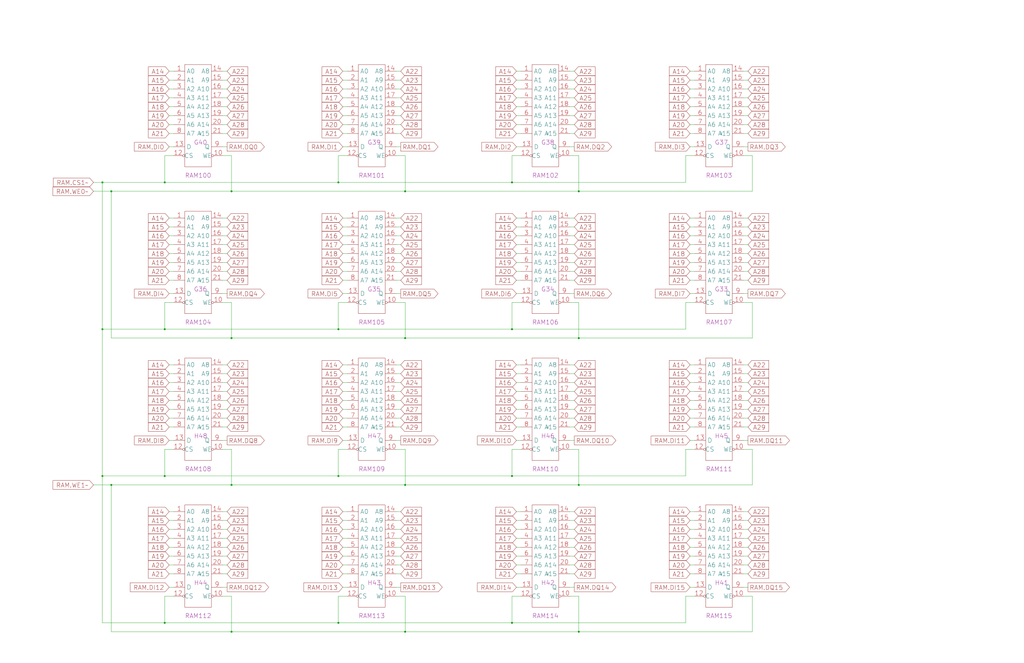
<source format=kicad_sch>
(kicad_sch (version 20220404) (generator eeschema)
  (paper "User" 584.2 378.46)
  (title_block (title "RAMS\\nBANK 1\\nBYTE 0 / BYTE 1") (date "22-SEP-90") (rev "2.0") (comment 1 "IOC") (comment 2 "232-003061") (comment 3 "S400") (comment 4 "RELEASED"))
  (junction (at 330.2 360.68))
  (junction (at 231.14 193.04))
  (junction (at 93.98 355.6))
  (junction (at 63.5 276.86))
  (junction (at 292.1 104.14))
  (junction (at 292.1 271.78))
  (junction (at 58.42 104.14))
  (junction (at 231.14 360.68))
  (junction (at 58.42 271.78))
  (junction (at 193.04 187.96))
  (junction (at 330.2 276.86))
  (junction (at 58.42 187.96))
  (junction (at 330.2 109.22))
  (junction (at 330.2 193.04))
  (junction (at 132.08 360.68))
  (junction (at 132.08 276.86))
  (junction (at 231.14 276.86))
  (junction (at 292.1 355.6))
  (junction (at 193.04 271.78))
  (junction (at 231.14 109.22))
  (junction (at 93.98 271.78))
  (junction (at 93.98 104.14))
  (junction (at 292.1 187.96))
  (junction (at 193.04 355.6))
  (junction (at 193.04 104.14))
  (junction (at 132.08 109.22))
  (junction (at 132.08 193.04))
  (junction (at 63.5 109.22))
  (junction (at 93.98 187.96))
  (wire (pts (xy 424.18 218.44) (xy 426.72 218.44)))
  (wire (pts (xy 325.12 292.1) (xy 327.66 292.1)))
  (wire (pts (xy 96.52 213.36) (xy 99.06 213.36)))
  (wire (pts (xy 393.7 139.7) (xy 396.24 139.7)))
  (wire (pts (xy 127 213.36) (xy 129.54 213.36)))
  (wire (pts (xy 294.64 50.8) (xy 297.18 50.8)))
  (wire (pts (xy 393.7 302.26) (xy 396.24 302.26)))
  (wire (pts (xy 325.12 307.34) (xy 327.66 307.34)))
  (wire (pts (xy 325.12 251.46) (xy 327.66 251.46)))
  (wire (pts (xy 393.7 83.82) (xy 396.24 83.82)))
  (wire (pts (xy 96.52 45.72) (xy 99.06 45.72)))
  (wire (pts (xy 292.1 187.96) (xy 391.16 187.96)))
  (wire (pts (xy 393.7 327.66) (xy 396.24 327.66)))
  (wire (pts (xy 96.52 228.6) (xy 99.06 228.6)))
  (wire (pts (xy 226.06 45.72) (xy 228.6 45.72)))
  (wire (pts (xy 127 88.9) (xy 132.08 88.9)))
  (wire (pts (xy 226.06 327.66) (xy 228.6 327.66)))
  (wire (pts (xy 99.06 256.54) (xy 93.98 256.54)))
  (wire (pts (xy 226.06 218.44) (xy 228.6 218.44)))
  (wire (pts (xy 424.18 327.66) (xy 426.72 327.66)))
  (wire (pts (xy 53.34 104.14) (xy 58.42 104.14)))
  (wire (pts (xy 294.64 45.72) (xy 297.18 45.72)))
  (wire (pts (xy 424.18 228.6) (xy 426.72 228.6)))
  (wire (pts (xy 391.16 340.36) (xy 391.16 355.6)))
  (wire (pts (xy 424.18 139.7) (xy 426.72 139.7)))
  (wire (pts (xy 424.18 160.02) (xy 426.72 160.02)))
  (wire (pts (xy 424.18 40.64) (xy 426.72 40.64)))
  (wire (pts (xy 96.52 50.8) (xy 99.06 50.8)))
  (wire (pts (xy 226.06 233.68) (xy 228.6 233.68)))
  (wire (pts (xy 330.2 360.68) (xy 429.26 360.68)))
  (wire (pts (xy 424.18 340.36) (xy 429.26 340.36)))
  (wire (pts (xy 294.64 66.04) (xy 297.18 66.04)))
  (wire (pts (xy 297.18 172.72) (xy 292.1 172.72)))
  (wire (pts (xy 429.26 88.9) (xy 429.26 109.22)))
  (wire (pts (xy 127 172.72) (xy 132.08 172.72)))
  (wire (pts (xy 127 307.34) (xy 129.54 307.34)))
  (wire (pts (xy 195.58 71.12) (xy 198.12 71.12)))
  (wire (pts (xy 226.06 76.2) (xy 228.6 76.2)))
  (wire (pts (xy 127 251.46) (xy 129.54 251.46)))
  (wire (pts (xy 294.64 223.52) (xy 297.18 223.52)))
  (wire (pts (xy 393.7 292.1) (xy 396.24 292.1)))
  (wire (pts (xy 99.06 88.9) (xy 93.98 88.9)))
  (wire (pts (xy 195.58 327.66) (xy 198.12 327.66)))
  (wire (pts (xy 127 312.42) (xy 129.54 312.42)))
  (wire (pts (xy 226.06 154.94) (xy 228.6 154.94)))
  (wire (pts (xy 325.12 60.96) (xy 327.66 60.96)))
  (wire (pts (xy 294.64 228.6) (xy 297.18 228.6)))
  (wire (pts (xy 393.7 167.64) (xy 396.24 167.64)))
  (wire (pts (xy 396.24 340.36) (xy 391.16 340.36)))
  (wire (pts (xy 424.18 208.28) (xy 426.72 208.28)))
  (wire (pts (xy 193.04 340.36) (xy 193.04 355.6)))
  (wire (pts (xy 96.52 327.66) (xy 99.06 327.66)))
  (wire (pts (xy 127 45.72) (xy 129.54 45.72)))
  (wire (pts (xy 195.58 228.6) (xy 198.12 228.6)))
  (wire (pts (xy 195.58 243.84) (xy 198.12 243.84)))
  (wire (pts (xy 193.04 187.96) (xy 292.1 187.96)))
  (wire (pts (xy 393.7 297.18) (xy 396.24 297.18)))
  (wire (pts (xy 96.52 243.84) (xy 99.06 243.84)))
  (wire (pts (xy 294.64 302.26) (xy 297.18 302.26)))
  (wire (pts (xy 127 302.26) (xy 129.54 302.26)))
  (wire (pts (xy 294.64 243.84) (xy 297.18 243.84)))
  (wire (pts (xy 292.1 340.36) (xy 292.1 355.6)))
  (wire (pts (xy 226.06 297.18) (xy 228.6 297.18)))
  (wire (pts (xy 96.52 292.1) (xy 99.06 292.1)))
  (wire (pts (xy 330.2 340.36) (xy 330.2 360.68)))
  (wire (pts (xy 193.04 271.78) (xy 292.1 271.78)))
  (wire (pts (xy 132.08 340.36) (xy 132.08 360.68)))
  (wire (pts (xy 297.18 88.9) (xy 292.1 88.9)))
  (wire (pts (xy 53.34 276.86) (xy 63.5 276.86)))
  (wire (pts (xy 424.18 134.62) (xy 426.72 134.62)))
  (wire (pts (xy 195.58 50.8) (xy 198.12 50.8)))
  (wire (pts (xy 93.98 172.72) (xy 93.98 187.96)))
  (wire (pts (xy 96.52 302.26) (xy 99.06 302.26)))
  (wire (pts (xy 424.18 292.1) (xy 426.72 292.1)))
  (wire (pts (xy 292.1 172.72) (xy 292.1 187.96)))
  (wire (pts (xy 195.58 66.04) (xy 198.12 66.04)))
  (wire (pts (xy 96.52 307.34) (xy 99.06 307.34)))
  (wire (pts (xy 325.12 327.66) (xy 327.66 327.66)))
  (wire (pts (xy 193.04 355.6) (xy 292.1 355.6)))
  (wire (pts (xy 226.06 40.64) (xy 228.6 40.64)))
  (wire (pts (xy 325.12 228.6) (xy 327.66 228.6)))
  (wire (pts (xy 226.06 292.1) (xy 228.6 292.1)))
  (wire (pts (xy 294.64 134.62) (xy 297.18 134.62)))
  (wire (pts (xy 96.52 60.96) (xy 99.06 60.96)))
  (wire (pts (xy 226.06 251.46) (xy 228.6 251.46)))
  (wire (pts (xy 325.12 160.02) (xy 327.66 160.02)))
  (wire (pts (xy 294.64 312.42) (xy 297.18 312.42)))
  (wire (pts (xy 325.12 40.64) (xy 327.66 40.64)))
  (wire (pts (xy 393.7 60.96) (xy 396.24 60.96)))
  (wire (pts (xy 294.64 76.2) (xy 297.18 76.2)))
  (wire (pts (xy 424.18 312.42) (xy 426.72 312.42)))
  (wire (pts (xy 195.58 292.1) (xy 198.12 292.1)))
  (wire (pts (xy 393.7 335.28) (xy 396.24 335.28)))
  (wire (pts (xy 96.52 223.52) (xy 99.06 223.52)))
  (wire (pts (xy 96.52 218.44) (xy 99.06 218.44)))
  (wire (pts (xy 132.08 256.54) (xy 132.08 276.86)))
  (wire (pts (xy 424.18 167.64) (xy 426.72 167.64)))
  (wire (pts (xy 325.12 154.94) (xy 327.66 154.94)))
  (wire (pts (xy 226.06 317.5) (xy 228.6 317.5)))
  (wire (pts (xy 127 233.68) (xy 129.54 233.68)))
  (wire (pts (xy 132.08 172.72) (xy 132.08 193.04)))
  (wire (pts (xy 127 292.1) (xy 129.54 292.1)))
  (wire (pts (xy 226.06 228.6) (xy 228.6 228.6)))
  (wire (pts (xy 193.04 88.9) (xy 193.04 104.14)))
  (wire (pts (xy 93.98 271.78) (xy 58.42 271.78)))
  (wire (pts (xy 198.12 172.72) (xy 193.04 172.72)))
  (wire (pts (xy 424.18 149.86) (xy 426.72 149.86)))
  (wire (pts (xy 127 238.76) (xy 129.54 238.76)))
  (wire (pts (xy 96.52 154.94) (xy 99.06 154.94)))
  (wire (pts (xy 294.64 83.82) (xy 297.18 83.82)))
  (wire (pts (xy 96.52 139.7) (xy 99.06 139.7)))
  (wire (pts (xy 292.1 104.14) (xy 391.16 104.14)))
  (wire (pts (xy 132.08 360.68) (xy 63.5 360.68)))
  (wire (pts (xy 127 160.02) (xy 129.54 160.02)))
  (wire (pts (xy 424.18 243.84) (xy 426.72 243.84)))
  (wire (pts (xy 96.52 251.46) (xy 99.06 251.46)))
  (wire (pts (xy 294.64 129.54) (xy 297.18 129.54)))
  (wire (pts (xy 294.64 238.76) (xy 297.18 238.76)))
  (wire (pts (xy 132.08 88.9) (xy 132.08 109.22)))
  (wire (pts (xy 195.58 322.58) (xy 198.12 322.58)))
  (wire (pts (xy 195.58 297.18) (xy 198.12 297.18)))
  (wire (pts (xy 226.06 340.36) (xy 231.14 340.36)))
  (wire (pts (xy 226.06 83.82) (xy 228.6 83.82)))
  (wire (pts (xy 424.18 50.8) (xy 426.72 50.8)))
  (wire (pts (xy 393.7 307.34) (xy 396.24 307.34)))
  (wire (pts (xy 127 144.78) (xy 129.54 144.78)))
  (wire (pts (xy 226.06 167.64) (xy 228.6 167.64)))
  (wire (pts (xy 325.12 88.9) (xy 330.2 88.9)))
  (wire (pts (xy 226.06 71.12) (xy 228.6 71.12)))
  (wire (pts (xy 294.64 322.58) (xy 297.18 322.58)))
  (wire (pts (xy 325.12 134.62) (xy 327.66 134.62)))
  (wire (pts (xy 424.18 83.82) (xy 426.72 83.82)))
  (wire (pts (xy 58.42 187.96) (xy 58.42 104.14)))
  (wire (pts (xy 96.52 167.64) (xy 99.06 167.64)))
  (wire (pts (xy 294.64 327.66) (xy 297.18 327.66)))
  (wire (pts (xy 393.7 218.44) (xy 396.24 218.44)))
  (wire (pts (xy 195.58 124.46) (xy 198.12 124.46)))
  (wire (pts (xy 325.12 149.86) (xy 327.66 149.86)))
  (wire (pts (xy 195.58 55.88) (xy 198.12 55.88)))
  (wire (pts (xy 96.52 129.54) (xy 99.06 129.54)))
  (wire (pts (xy 294.64 71.12) (xy 297.18 71.12)))
  (wire (pts (xy 330.2 109.22) (xy 429.26 109.22)))
  (wire (pts (xy 93.98 271.78) (xy 193.04 271.78)))
  (wire (pts (xy 226.06 256.54) (xy 231.14 256.54)))
  (wire (pts (xy 325.12 55.88) (xy 327.66 55.88)))
  (wire (pts (xy 325.12 172.72) (xy 330.2 172.72)))
  (wire (pts (xy 424.18 317.5) (xy 426.72 317.5)))
  (wire (pts (xy 424.18 144.78) (xy 426.72 144.78)))
  (wire (pts (xy 226.06 238.76) (xy 228.6 238.76)))
  (wire (pts (xy 195.58 302.26) (xy 198.12 302.26)))
  (wire (pts (xy 96.52 238.76) (xy 99.06 238.76)))
  (wire (pts (xy 93.98 88.9) (xy 93.98 104.14)))
  (wire (pts (xy 96.52 233.68) (xy 99.06 233.68)))
  (wire (pts (xy 393.7 233.68) (xy 396.24 233.68)))
  (wire (pts (xy 325.12 83.82) (xy 327.66 83.82)))
  (wire (pts (xy 226.06 144.78) (xy 228.6 144.78)))
  (wire (pts (xy 226.06 172.72) (xy 231.14 172.72)))
  (wire (pts (xy 195.58 251.46) (xy 198.12 251.46)))
  (wire (pts (xy 96.52 322.58) (xy 99.06 322.58)))
  (wire (pts (xy 294.64 218.44) (xy 297.18 218.44)))
  (wire (pts (xy 63.5 360.68) (xy 63.5 276.86)))
  (wire (pts (xy 393.7 124.46) (xy 396.24 124.46)))
  (wire (pts (xy 96.52 144.78) (xy 99.06 144.78)))
  (wire (pts (xy 424.18 335.28) (xy 426.72 335.28)))
  (wire (pts (xy 325.12 144.78) (xy 327.66 144.78)))
  (wire (pts (xy 132.08 360.68) (xy 231.14 360.68)))
  (wire (pts (xy 393.7 71.12) (xy 396.24 71.12)))
  (wire (pts (xy 294.64 251.46) (xy 297.18 251.46)))
  (wire (pts (xy 294.64 40.64) (xy 297.18 40.64)))
  (wire (pts (xy 63.5 276.86) (xy 132.08 276.86)))
  (wire (pts (xy 127 55.88) (xy 129.54 55.88)))
  (wire (pts (xy 231.14 256.54) (xy 231.14 276.86)))
  (wire (pts (xy 294.64 233.68) (xy 297.18 233.68)))
  (wire (pts (xy 393.7 223.52) (xy 396.24 223.52)))
  (wire (pts (xy 429.26 172.72) (xy 429.26 193.04)))
  (wire (pts (xy 325.12 218.44) (xy 327.66 218.44)))
  (wire (pts (xy 195.58 213.36) (xy 198.12 213.36)))
  (wire (pts (xy 195.58 60.96) (xy 198.12 60.96)))
  (wire (pts (xy 127 50.8) (xy 129.54 50.8)))
  (wire (pts (xy 325.12 335.28) (xy 327.66 335.28)))
  (wire (pts (xy 424.18 297.18) (xy 426.72 297.18)))
  (wire (pts (xy 393.7 312.42) (xy 396.24 312.42)))
  (wire (pts (xy 330.2 172.72) (xy 330.2 193.04)))
  (wire (pts (xy 96.52 66.04) (xy 99.06 66.04)))
  (wire (pts (xy 231.14 340.36) (xy 231.14 360.68)))
  (wire (pts (xy 396.24 256.54) (xy 391.16 256.54)))
  (wire (pts (xy 325.12 167.64) (xy 327.66 167.64)))
  (wire (pts (xy 96.52 160.02) (xy 99.06 160.02)))
  (wire (pts (xy 127 167.64) (xy 129.54 167.64)))
  (wire (pts (xy 127 40.64) (xy 129.54 40.64)))
  (wire (pts (xy 226.06 160.02) (xy 228.6 160.02)))
  (wire (pts (xy 393.7 208.28) (xy 396.24 208.28)))
  (wire (pts (xy 127 327.66) (xy 129.54 327.66)))
  (wire (pts (xy 195.58 134.62) (xy 198.12 134.62)))
  (wire (pts (xy 58.42 355.6) (xy 58.42 271.78)))
  (wire (pts (xy 393.7 55.88) (xy 396.24 55.88)))
  (wire (pts (xy 393.7 50.8) (xy 396.24 50.8)))
  (wire (pts (xy 325.12 243.84) (xy 327.66 243.84)))
  (wire (pts (xy 294.64 297.18) (xy 297.18 297.18)))
  (wire (pts (xy 58.42 104.14) (xy 93.98 104.14)))
  (wire (pts (xy 63.5 109.22) (xy 63.5 193.04)))
  (wire (pts (xy 96.52 55.88) (xy 99.06 55.88)))
  (wire (pts (xy 127 228.6) (xy 129.54 228.6)))
  (wire (pts (xy 396.24 172.72) (xy 391.16 172.72)))
  (wire (pts (xy 294.64 160.02) (xy 297.18 160.02)))
  (wire (pts (xy 294.64 149.86) (xy 297.18 149.86)))
  (wire (pts (xy 325.12 45.72) (xy 327.66 45.72)))
  (wire (pts (xy 195.58 167.64) (xy 198.12 167.64)))
  (wire (pts (xy 424.18 223.52) (xy 426.72 223.52)))
  (wire (pts (xy 195.58 45.72) (xy 198.12 45.72)))
  (wire (pts (xy 325.12 238.76) (xy 327.66 238.76)))
  (wire (pts (xy 393.7 134.62) (xy 396.24 134.62)))
  (wire (pts (xy 132.08 109.22) (xy 231.14 109.22)))
  (wire (pts (xy 226.06 302.26) (xy 228.6 302.26)))
  (wire (pts (xy 96.52 76.2) (xy 99.06 76.2)))
  (wire (pts (xy 294.64 292.1) (xy 297.18 292.1)))
  (wire (pts (xy 193.04 256.54) (xy 193.04 271.78)))
  (wire (pts (xy 393.7 243.84) (xy 396.24 243.84)))
  (wire (pts (xy 393.7 149.86) (xy 396.24 149.86)))
  (wire (pts (xy 226.06 60.96) (xy 228.6 60.96)))
  (wire (pts (xy 297.18 340.36) (xy 292.1 340.36)))
  (wire (pts (xy 193.04 172.72) (xy 193.04 187.96)))
  (wire (pts (xy 294.64 317.5) (xy 297.18 317.5)))
  (wire (pts (xy 292.1 256.54) (xy 292.1 271.78)))
  (wire (pts (xy 127 340.36) (xy 132.08 340.36)))
  (wire (pts (xy 393.7 76.2) (xy 396.24 76.2)))
  (wire (pts (xy 424.18 71.12) (xy 426.72 71.12)))
  (wire (pts (xy 393.7 129.54) (xy 396.24 129.54)))
  (wire (pts (xy 195.58 129.54) (xy 198.12 129.54)))
  (wire (pts (xy 325.12 233.68) (xy 327.66 233.68)))
  (wire (pts (xy 226.06 312.42) (xy 228.6 312.42)))
  (wire (pts (xy 96.52 208.28) (xy 99.06 208.28)))
  (wire (pts (xy 294.64 335.28) (xy 297.18 335.28)))
  (wire (pts (xy 127 129.54) (xy 129.54 129.54)))
  (wire (pts (xy 195.58 335.28) (xy 198.12 335.28)))
  (wire (pts (xy 127 223.52) (xy 129.54 223.52)))
  (wire (pts (xy 393.7 213.36) (xy 396.24 213.36)))
  (wire (pts (xy 195.58 238.76) (xy 198.12 238.76)))
  (wire (pts (xy 96.52 317.5) (xy 99.06 317.5)))
  (wire (pts (xy 231.14 360.68) (xy 330.2 360.68)))
  (wire (pts (xy 226.06 223.52) (xy 228.6 223.52)))
  (wire (pts (xy 294.64 208.28) (xy 297.18 208.28)))
  (wire (pts (xy 96.52 71.12) (xy 99.06 71.12)))
  (wire (pts (xy 53.34 109.22) (xy 63.5 109.22)))
  (wire (pts (xy 195.58 154.94) (xy 198.12 154.94)))
  (wire (pts (xy 127 66.04) (xy 129.54 66.04)))
  (wire (pts (xy 226.06 307.34) (xy 228.6 307.34)))
  (wire (pts (xy 231.14 276.86) (xy 330.2 276.86)))
  (wire (pts (xy 325.12 317.5) (xy 327.66 317.5)))
  (wire (pts (xy 325.12 124.46) (xy 327.66 124.46)))
  (wire (pts (xy 93.98 187.96) (xy 193.04 187.96)))
  (wire (pts (xy 226.06 322.58) (xy 228.6 322.58)))
  (wire (pts (xy 424.18 88.9) (xy 429.26 88.9)))
  (wire (pts (xy 198.12 256.54) (xy 193.04 256.54)))
  (wire (pts (xy 424.18 55.88) (xy 426.72 55.88)))
  (wire (pts (xy 195.58 223.52) (xy 198.12 223.52)))
  (wire (pts (xy 325.12 50.8) (xy 327.66 50.8)))
  (wire (pts (xy 424.18 172.72) (xy 429.26 172.72)))
  (wire (pts (xy 132.08 276.86) (xy 231.14 276.86)))
  (wire (pts (xy 127 154.94) (xy 129.54 154.94)))
  (wire (pts (xy 226.06 208.28) (xy 228.6 208.28)))
  (wire (pts (xy 294.64 139.7) (xy 297.18 139.7)))
  (wire (pts (xy 330.2 88.9) (xy 330.2 109.22)))
  (wire (pts (xy 325.12 66.04) (xy 327.66 66.04)))
  (wire (pts (xy 195.58 218.44) (xy 198.12 218.44)))
  (wire (pts (xy 391.16 172.72) (xy 391.16 187.96)))
  (wire (pts (xy 127 76.2) (xy 129.54 76.2)))
  (wire (pts (xy 393.7 317.5) (xy 396.24 317.5)))
  (wire (pts (xy 294.64 124.46) (xy 297.18 124.46)))
  (wire (pts (xy 226.06 134.62) (xy 228.6 134.62)))
  (wire (pts (xy 393.7 251.46) (xy 396.24 251.46)))
  (wire (pts (xy 226.06 55.88) (xy 228.6 55.88)))
  (wire (pts (xy 325.12 208.28) (xy 327.66 208.28)))
  (wire (pts (xy 99.06 340.36) (xy 93.98 340.36)))
  (wire (pts (xy 325.12 297.18) (xy 327.66 297.18)))
  (wire (pts (xy 330.2 256.54) (xy 330.2 276.86)))
  (wire (pts (xy 127 317.5) (xy 129.54 317.5)))
  (wire (pts (xy 58.42 271.78) (xy 58.42 187.96)))
  (wire (pts (xy 198.12 88.9) (xy 193.04 88.9)))
  (wire (pts (xy 127 134.62) (xy 129.54 134.62)))
  (wire (pts (xy 424.18 233.68) (xy 426.72 233.68)))
  (wire (pts (xy 195.58 149.86) (xy 198.12 149.86)))
  (wire (pts (xy 93.98 256.54) (xy 93.98 271.78)))
  (wire (pts (xy 226.06 129.54) (xy 228.6 129.54)))
  (wire (pts (xy 96.52 40.64) (xy 99.06 40.64)))
  (wire (pts (xy 93.98 355.6) (xy 193.04 355.6)))
  (wire (pts (xy 393.7 40.64) (xy 396.24 40.64)))
  (wire (pts (xy 127 83.82) (xy 129.54 83.82)))
  (wire (pts (xy 96.52 297.18) (xy 99.06 297.18)))
  (wire (pts (xy 393.7 45.72) (xy 396.24 45.72)))
  (wire (pts (xy 231.14 172.72) (xy 231.14 193.04)))
  (wire (pts (xy 231.14 193.04) (xy 330.2 193.04)))
  (wire (pts (xy 127 218.44) (xy 129.54 218.44)))
  (wire (pts (xy 127 71.12) (xy 129.54 71.12)))
  (wire (pts (xy 424.18 76.2) (xy 426.72 76.2)))
  (wire (pts (xy 325.12 71.12) (xy 327.66 71.12)))
  (wire (pts (xy 424.18 256.54) (xy 429.26 256.54)))
  (wire (pts (xy 325.12 322.58) (xy 327.66 322.58)))
  (wire (pts (xy 93.98 340.36) (xy 93.98 355.6)))
  (wire (pts (xy 429.26 256.54) (xy 429.26 276.86)))
  (wire (pts (xy 195.58 317.5) (xy 198.12 317.5)))
  (wire (pts (xy 226.06 88.9) (xy 231.14 88.9)))
  (wire (pts (xy 297.18 256.54) (xy 292.1 256.54)))
  (wire (pts (xy 294.64 144.78) (xy 297.18 144.78)))
  (wire (pts (xy 127 335.28) (xy 129.54 335.28)))
  (wire (pts (xy 330.2 276.86) (xy 429.26 276.86)))
  (wire (pts (xy 325.12 76.2) (xy 327.66 76.2)))
  (wire (pts (xy 93.98 187.96) (xy 58.42 187.96)))
  (wire (pts (xy 393.7 160.02) (xy 396.24 160.02)))
  (wire (pts (xy 195.58 160.02) (xy 198.12 160.02)))
  (wire (pts (xy 195.58 312.42) (xy 198.12 312.42)))
  (wire (pts (xy 96.52 312.42) (xy 99.06 312.42)))
  (wire (pts (xy 96.52 83.82) (xy 99.06 83.82)))
  (wire (pts (xy 325.12 302.26) (xy 327.66 302.26)))
  (wire (pts (xy 424.18 213.36) (xy 426.72 213.36)))
  (wire (pts (xy 231.14 109.22) (xy 330.2 109.22)))
  (wire (pts (xy 198.12 340.36) (xy 193.04 340.36)))
  (wire (pts (xy 424.18 66.04) (xy 426.72 66.04)))
  (wire (pts (xy 195.58 144.78) (xy 198.12 144.78)))
  (wire (pts (xy 99.06 172.72) (xy 93.98 172.72)))
  (wire (pts (xy 127 60.96) (xy 129.54 60.96)))
  (wire (pts (xy 325.12 256.54) (xy 330.2 256.54)))
  (wire (pts (xy 325.12 223.52) (xy 327.66 223.52)))
  (wire (pts (xy 226.06 213.36) (xy 228.6 213.36)))
  (wire (pts (xy 393.7 228.6) (xy 396.24 228.6)))
  (wire (pts (xy 96.52 335.28) (xy 99.06 335.28)))
  (wire (pts (xy 393.7 322.58) (xy 396.24 322.58)))
  (wire (pts (xy 292.1 271.78) (xy 391.16 271.78)))
  (wire (pts (xy 391.16 256.54) (xy 391.16 271.78)))
  (wire (pts (xy 294.64 167.64) (xy 297.18 167.64)))
  (wire (pts (xy 226.06 335.28) (xy 228.6 335.28)))
  (wire (pts (xy 294.64 307.34) (xy 297.18 307.34)))
  (wire (pts (xy 292.1 88.9) (xy 292.1 104.14)))
  (wire (pts (xy 424.18 154.94) (xy 426.72 154.94)))
  (wire (pts (xy 195.58 139.7) (xy 198.12 139.7)))
  (wire (pts (xy 127 208.28) (xy 129.54 208.28)))
  (wire (pts (xy 429.26 340.36) (xy 429.26 360.68)))
  (wire (pts (xy 93.98 355.6) (xy 58.42 355.6)))
  (wire (pts (xy 127 322.58) (xy 129.54 322.58)))
  (wire (pts (xy 226.06 149.86) (xy 228.6 149.86)))
  (wire (pts (xy 294.64 154.94) (xy 297.18 154.94)))
  (wire (pts (xy 231.14 88.9) (xy 231.14 109.22)))
  (wire (pts (xy 132.08 193.04) (xy 231.14 193.04)))
  (wire (pts (xy 226.06 50.8) (xy 228.6 50.8)))
  (wire (pts (xy 424.18 124.46) (xy 426.72 124.46)))
  (wire (pts (xy 424.18 45.72) (xy 426.72 45.72)))
  (wire (pts (xy 294.64 213.36) (xy 297.18 213.36)))
  (wire (pts (xy 330.2 193.04) (xy 429.26 193.04)))
  (wire (pts (xy 424.18 129.54) (xy 426.72 129.54)))
  (wire (pts (xy 226.06 124.46) (xy 228.6 124.46)))
  (wire (pts (xy 393.7 144.78) (xy 396.24 144.78)))
  (wire (pts (xy 63.5 193.04) (xy 132.08 193.04)))
  (wire (pts (xy 393.7 238.76) (xy 396.24 238.76)))
  (wire (pts (xy 424.18 302.26) (xy 426.72 302.26)))
  (wire (pts (xy 391.16 88.9) (xy 391.16 104.14)))
  (wire (pts (xy 127 243.84) (xy 129.54 243.84)))
  (wire (pts (xy 195.58 208.28) (xy 198.12 208.28)))
  (wire (pts (xy 424.18 307.34) (xy 426.72 307.34)))
  (wire (pts (xy 127 256.54) (xy 132.08 256.54)))
  (wire (pts (xy 96.52 124.46) (xy 99.06 124.46)))
  (wire (pts (xy 396.24 88.9) (xy 391.16 88.9)))
  (wire (pts (xy 96.52 134.62) (xy 99.06 134.62)))
  (wire (pts (xy 127 149.86) (xy 129.54 149.86)))
  (wire (pts (xy 127 297.18) (xy 129.54 297.18)))
  (wire (pts (xy 424.18 60.96) (xy 426.72 60.96)))
  (wire (pts (xy 127 124.46) (xy 129.54 124.46)))
  (wire (pts (xy 195.58 83.82) (xy 198.12 83.82)))
  (wire (pts (xy 424.18 322.58) (xy 426.72 322.58)))
  (wire (pts (xy 195.58 40.64) (xy 198.12 40.64)))
  (wire (pts (xy 325.12 213.36) (xy 327.66 213.36)))
  (wire (pts (xy 393.7 66.04) (xy 396.24 66.04)))
  (wire (pts (xy 325.12 129.54) (xy 327.66 129.54)))
  (wire (pts (xy 226.06 66.04) (xy 228.6 66.04)))
  (wire (pts (xy 127 139.7) (xy 129.54 139.7)))
  (wire (pts (xy 195.58 307.34) (xy 198.12 307.34)))
  (wire (pts (xy 325.12 340.36) (xy 330.2 340.36)))
  (wire (pts (xy 292.1 355.6) (xy 391.16 355.6)))
  (wire (pts (xy 294.64 55.88) (xy 297.18 55.88)))
  (wire (pts (xy 96.52 149.86) (xy 99.06 149.86)))
  (wire (pts (xy 325.12 312.42) (xy 327.66 312.42)))
  (wire (pts (xy 226.06 139.7) (xy 228.6 139.7)))
  (wire (pts (xy 195.58 76.2) (xy 198.12 76.2)))
  (wire (pts (xy 63.5 109.22) (xy 132.08 109.22)))
  (wire (pts (xy 294.64 60.96) (xy 297.18 60.96)))
  (wire (pts (xy 325.12 139.7) (xy 327.66 139.7)))
  (wire (pts (xy 424.18 238.76) (xy 426.72 238.76)))
  (wire (pts (xy 424.18 251.46) (xy 426.72 251.46)))
  (wire (pts (xy 195.58 233.68) (xy 198.12 233.68)))
  (wire (pts (xy 226.06 243.84) (xy 228.6 243.84)))
  (wire (pts (xy 393.7 154.94) (xy 396.24 154.94)))
  (wire (pts (xy 193.04 104.14) (xy 292.1 104.14)))
  (wire (pts (xy 93.98 104.14) (xy 193.04 104.14)))
  (global_label "A24" (shape input) (at 129.54 218.44 0) (effects (font (size 2.54 2.54))) (property "Intersheet References" "${INTERSHEET_REFS}" (at 149.987 218.2813 0) (effects (font (size 1.905 1.905)) (justify left))))
  (global_label "A28" (shape input) (at 327.66 238.76 0) (effects (font (size 2.54 2.54))) (property "Intersheet References" "${INTERSHEET_REFS}" (at 348.107 238.6013 0) (effects (font (size 1.905 1.905)) (justify left))))
  (global_label "A29" (shape input) (at 129.54 76.2 0) (effects (font (size 2.54 2.54))) (property "Intersheet References" "${INTERSHEET_REFS}" (at 149.987 76.0413 0) (effects (font (size 1.905 1.905)) (justify left))))
  (global_label "A25" (shape input) (at 327.66 307.34 0) (effects (font (size 2.54 2.54))) (property "Intersheet References" "${INTERSHEET_REFS}" (at 348.107 307.1813 0) (effects (font (size 1.905 1.905)) (justify left))))
  (global_label "A20" (shape input) (at 393.7 238.76 180) (effects (font (size 2.54 2.54))) (property "Intersheet References" "${INTERSHEET_REFS}" (at 373.253 238.6013 0) (effects (font (size 1.905 1.905)) (justify right))))
  (global_label "A18" (shape input) (at 96.52 60.96 180) (effects (font (size 2.54 2.54))) (property "Intersheet References" "${INTERSHEET_REFS}" (at 76.073 60.8013 0) (effects (font (size 1.905 1.905)) (justify right))))
  (global_label "A24" (shape input) (at 129.54 302.26 0) (effects (font (size 2.54 2.54))) (property "Intersheet References" "${INTERSHEET_REFS}" (at 149.987 302.1013 0) (effects (font (size 1.905 1.905)) (justify left))))
  (global_label "A21" (shape input) (at 294.64 243.84 180) (effects (font (size 2.54 2.54))) (property "Intersheet References" "${INTERSHEET_REFS}" (at 274.193 243.6813 0) (effects (font (size 1.905 1.905)) (justify right))))
  (global_label "A28" (shape input) (at 426.72 238.76 0) (effects (font (size 2.54 2.54))) (property "Intersheet References" "${INTERSHEET_REFS}" (at 447.167 238.6013 0) (effects (font (size 1.905 1.905)) (justify left))))
  (global_label "A20" (shape input) (at 294.64 322.58 180) (effects (font (size 2.54 2.54))) (property "Intersheet References" "${INTERSHEET_REFS}" (at 274.193 322.4213 0) (effects (font (size 1.905 1.905)) (justify right))))
  (global_label "A27" (shape input) (at 228.6 317.5 0) (effects (font (size 2.54 2.54))) (property "Intersheet References" "${INTERSHEET_REFS}" (at 249.047 317.3413 0) (effects (font (size 1.905 1.905)) (justify left))))
  (global_label "RAM.DQ12" (shape output) (at 129.54 335.28 0) (effects (font (size 2.54 2.54))) (property "Intersheet References" "${INTERSHEET_REFS}" (at 153.6156 335.1213 0) (effects (font (size 1.905 1.905)) (justify left))))
  (global_label "A21" (shape input) (at 294.64 327.66 180) (effects (font (size 2.54 2.54))) (property "Intersheet References" "${INTERSHEET_REFS}" (at 274.193 327.5013 0) (effects (font (size 1.905 1.905)) (justify right))))
  (global_label "A26" (shape input) (at 426.72 228.6 0) (effects (font (size 2.54 2.54))) (property "Intersheet References" "${INTERSHEET_REFS}" (at 447.167 228.4413 0) (effects (font (size 1.905 1.905)) (justify left))))
  (global_label "RAM.DQ13" (shape output) (at 228.6 335.28 0) (effects (font (size 2.54 2.54))) (property "Intersheet References" "${INTERSHEET_REFS}" (at 252.6756 335.1213 0) (effects (font (size 1.905 1.905)) (justify left))))
  (global_label "A29" (shape input) (at 327.66 327.66 0) (effects (font (size 2.54 2.54))) (property "Intersheet References" "${INTERSHEET_REFS}" (at 348.107 327.5013 0) (effects (font (size 1.905 1.905)) (justify left))))
  (global_label "A25" (shape input) (at 327.66 55.88 0) (effects (font (size 2.54 2.54))) (property "Intersheet References" "${INTERSHEET_REFS}" (at 348.107 55.7213 0) (effects (font (size 1.905 1.905)) (justify left))))
  (global_label "A21" (shape input) (at 96.52 160.02 180) (effects (font (size 2.54 2.54))) (property "Intersheet References" "${INTERSHEET_REFS}" (at 76.073 159.8613 0) (effects (font (size 1.905 1.905)) (justify right))))
  (global_label "A22" (shape input) (at 228.6 292.1 0) (effects (font (size 2.54 2.54))) (property "Intersheet References" "${INTERSHEET_REFS}" (at 248.8051 291.9413 0) (effects (font (size 1.905 1.905)) (justify left))))
  (global_label "A26" (shape input) (at 327.66 228.6 0) (effects (font (size 2.54 2.54))) (property "Intersheet References" "${INTERSHEET_REFS}" (at 348.107 228.4413 0) (effects (font (size 1.905 1.905)) (justify left))))
  (global_label "A27" (shape input) (at 327.66 317.5 0) (effects (font (size 2.54 2.54))) (property "Intersheet References" "${INTERSHEET_REFS}" (at 348.107 317.3413 0) (effects (font (size 1.905 1.905)) (justify left))))
  (global_label "A29" (shape input) (at 327.66 243.84 0) (effects (font (size 2.54 2.54))) (property "Intersheet References" "${INTERSHEET_REFS}" (at 348.107 243.6813 0) (effects (font (size 1.905 1.905)) (justify left))))
  (global_label "A28" (shape input) (at 228.6 154.94 0) (effects (font (size 2.54 2.54))) (property "Intersheet References" "${INTERSHEET_REFS}" (at 249.047 154.7813 0) (effects (font (size 1.905 1.905)) (justify left))))
  (global_label "A16" (shape input) (at 96.52 302.26 180) (effects (font (size 2.54 2.54))) (property "Intersheet References" "${INTERSHEET_REFS}" (at 76.3149 302.1013 0) (effects (font (size 1.905 1.905)) (justify right))))
  (global_label "A25" (shape input) (at 426.72 223.52 0) (effects (font (size 2.54 2.54))) (property "Intersheet References" "${INTERSHEET_REFS}" (at 447.167 223.3613 0) (effects (font (size 1.905 1.905)) (justify left))))
  (global_label "A17" (shape input) (at 96.52 55.88 180) (effects (font (size 2.54 2.54))) (property "Intersheet References" "${INTERSHEET_REFS}" (at 76.073 55.7213 0) (effects (font (size 1.905 1.905)) (justify right))))
  (global_label "RAM.DI7" (shape input) (at 393.7 167.64 180) (effects (font (size 2.54 2.54))) (property "Intersheet References" "${INTERSHEET_REFS}" (at 373.4949 167.4813 0) (effects (font (size 1.905 1.905)) (justify right))))
  (global_label "A29" (shape input) (at 426.72 327.66 0) (effects (font (size 2.54 2.54))) (property "Intersheet References" "${INTERSHEET_REFS}" (at 447.167 327.5013 0) (effects (font (size 1.905 1.905)) (justify left))))
  (global_label "A19" (shape input) (at 294.64 317.5 180) (effects (font (size 2.54 2.54))) (property "Intersheet References" "${INTERSHEET_REFS}" (at 274.193 317.3413 0) (effects (font (size 1.905 1.905)) (justify right))))
  (global_label "A21" (shape input) (at 393.7 327.66 180) (effects (font (size 2.54 2.54))) (property "Intersheet References" "${INTERSHEET_REFS}" (at 373.253 327.5013 0) (effects (font (size 1.905 1.905)) (justify right))))
  (global_label "A29" (shape input) (at 426.72 76.2 0) (effects (font (size 2.54 2.54))) (property "Intersheet References" "${INTERSHEET_REFS}" (at 447.167 76.0413 0) (effects (font (size 1.905 1.905)) (justify left))))
  (global_label "A29" (shape input) (at 426.72 160.02 0) (effects (font (size 2.54 2.54))) (property "Intersheet References" "${INTERSHEET_REFS}" (at 447.167 159.8613 0) (effects (font (size 1.905 1.905)) (justify left))))
  (global_label "RAM.DI14" (shape input) (at 294.64 335.28 180) (effects (font (size 2.54 2.54))) (property "Intersheet References" "${INTERSHEET_REFS}" (at 272.0159 335.1213 0) (effects (font (size 1.905 1.905)) (justify right))))
  (global_label "A14" (shape input) (at 195.58 208.28 180) (effects (font (size 2.54 2.54))) (property "Intersheet References" "${INTERSHEET_REFS}" (at 175.3749 208.1213 0) (effects (font (size 1.905 1.905)) (justify right))))
  (global_label "A26" (shape input) (at 426.72 60.96 0) (effects (font (size 2.54 2.54))) (property "Intersheet References" "${INTERSHEET_REFS}" (at 447.167 60.8013 0) (effects (font (size 1.905 1.905)) (justify left))))
  (global_label "A26" (shape input) (at 228.6 228.6 0) (effects (font (size 2.54 2.54))) (property "Intersheet References" "${INTERSHEET_REFS}" (at 249.047 228.4413 0) (effects (font (size 1.905 1.905)) (justify left))))
  (global_label "RAM.DI11" (shape input) (at 393.7 251.46 180) (effects (font (size 2.54 2.54))) (property "Intersheet References" "${INTERSHEET_REFS}" (at 373.4949 251.3013 0) (effects (font (size 1.905 1.905)) (justify right))))
  (global_label "A17" (shape input) (at 393.7 223.52 180) (effects (font (size 2.54 2.54))) (property "Intersheet References" "${INTERSHEET_REFS}" (at 373.253 223.3613 0) (effects (font (size 1.905 1.905)) (justify right))))
  (global_label "A26" (shape input) (at 228.6 144.78 0) (effects (font (size 2.54 2.54))) (property "Intersheet References" "${INTERSHEET_REFS}" (at 249.047 144.6213 0) (effects (font (size 1.905 1.905)) (justify left))))
  (global_label "A14" (shape input) (at 96.52 124.46 180) (effects (font (size 2.54 2.54))) (property "Intersheet References" "${INTERSHEET_REFS}" (at 76.3149 124.3013 0) (effects (font (size 1.905 1.905)) (justify right))))
  (global_label "A26" (shape input) (at 129.54 60.96 0) (effects (font (size 2.54 2.54))) (property "Intersheet References" "${INTERSHEET_REFS}" (at 149.987 60.8013 0) (effects (font (size 1.905 1.905)) (justify left))))
  (global_label "A20" (shape input) (at 96.52 322.58 180) (effects (font (size 2.54 2.54))) (property "Intersheet References" "${INTERSHEET_REFS}" (at 76.073 322.4213 0) (effects (font (size 1.905 1.905)) (justify right))))
  (global_label "RAM.CS1~" (shape input) (at 53.34 104.14 180) (effects (font (size 2.54 2.54))) (property "Intersheet References" "${INTERSHEET_REFS}" (at 23.9425 103.9813 0) (effects (font (size 1.905 1.905)) (justify right))))
  (global_label "A18" (shape input) (at 294.64 60.96 180) (effects (font (size 2.54 2.54))) (property "Intersheet References" "${INTERSHEET_REFS}" (at 274.193 60.8013 0) (effects (font (size 1.905 1.905)) (justify right))))
  (global_label "A14" (shape input) (at 294.64 124.46 180) (effects (font (size 2.54 2.54))) (property "Intersheet References" "${INTERSHEET_REFS}" (at 274.4349 124.3013 0) (effects (font (size 1.905 1.905)) (justify right))))
  (global_label "A16" (shape input) (at 393.7 302.26 180) (effects (font (size 2.54 2.54))) (property "Intersheet References" "${INTERSHEET_REFS}" (at 373.4949 302.1013 0) (effects (font (size 1.905 1.905)) (justify right))))
  (global_label "RAM.DI13" (shape input) (at 195.58 335.28 180) (effects (font (size 2.54 2.54))) (property "Intersheet References" "${INTERSHEET_REFS}" (at 172.9559 335.1213 0) (effects (font (size 1.905 1.905)) (justify right))))
  (global_label "A23" (shape input) (at 129.54 45.72 0) (effects (font (size 2.54 2.54))) (property "Intersheet References" "${INTERSHEET_REFS}" (at 149.987 45.5613 0) (effects (font (size 1.905 1.905)) (justify left))))
  (global_label "A19" (shape input) (at 195.58 149.86 180) (effects (font (size 2.54 2.54))) (property "Intersheet References" "${INTERSHEET_REFS}" (at 175.133 149.7013 0) (effects (font (size 1.905 1.905)) (justify right))))
  (global_label "A17" (shape input) (at 195.58 55.88 180) (effects (font (size 2.54 2.54))) (property "Intersheet References" "${INTERSHEET_REFS}" (at 175.133 55.7213 0) (effects (font (size 1.905 1.905)) (justify right))))
  (global_label "A15" (shape input) (at 294.64 45.72 180) (effects (font (size 2.54 2.54))) (property "Intersheet References" "${INTERSHEET_REFS}" (at 274.193 45.5613 0) (effects (font (size 1.905 1.905)) (justify right))))
  (global_label "A24" (shape input) (at 426.72 50.8 0) (effects (font (size 2.54 2.54))) (property "Intersheet References" "${INTERSHEET_REFS}" (at 447.167 50.6413 0) (effects (font (size 1.905 1.905)) (justify left))))
  (global_label "A28" (shape input) (at 129.54 154.94 0) (effects (font (size 2.54 2.54))) (property "Intersheet References" "${INTERSHEET_REFS}" (at 149.987 154.7813 0) (effects (font (size 1.905 1.905)) (justify left))))
  (global_label "A18" (shape input) (at 393.7 144.78 180) (effects (font (size 2.54 2.54))) (property "Intersheet References" "${INTERSHEET_REFS}" (at 373.253 144.6213 0) (effects (font (size 1.905 1.905)) (justify right))))
  (global_label "A22" (shape input) (at 228.6 124.46 0) (effects (font (size 2.54 2.54))) (property "Intersheet References" "${INTERSHEET_REFS}" (at 248.8051 124.3013 0) (effects (font (size 1.905 1.905)) (justify left))))
  (global_label "A19" (shape input) (at 294.64 149.86 180) (effects (font (size 2.54 2.54))) (property "Intersheet References" "${INTERSHEET_REFS}" (at 274.193 149.7013 0) (effects (font (size 1.905 1.905)) (justify right))))
  (global_label "A16" (shape input) (at 393.7 218.44 180) (effects (font (size 2.54 2.54))) (property "Intersheet References" "${INTERSHEET_REFS}" (at 373.4949 218.2813 0) (effects (font (size 1.905 1.905)) (justify right))))
  (global_label "A26" (shape input) (at 327.66 60.96 0) (effects (font (size 2.54 2.54))) (property "Intersheet References" "${INTERSHEET_REFS}" (at 348.107 60.8013 0) (effects (font (size 1.905 1.905)) (justify left))))
  (global_label "A28" (shape input) (at 129.54 71.12 0) (effects (font (size 2.54 2.54))) (property "Intersheet References" "${INTERSHEET_REFS}" (at 149.987 70.9613 0) (effects (font (size 1.905 1.905)) (justify left))))
  (global_label "A18" (shape input) (at 195.58 312.42 180) (effects (font (size 2.54 2.54))) (property "Intersheet References" "${INTERSHEET_REFS}" (at 175.133 312.2613 0) (effects (font (size 1.905 1.905)) (justify right))))
  (global_label "A17" (shape input) (at 96.52 307.34 180) (effects (font (size 2.54 2.54))) (property "Intersheet References" "${INTERSHEET_REFS}" (at 76.073 307.1813 0) (effects (font (size 1.905 1.905)) (justify right))))
  (global_label "A14" (shape input) (at 294.64 40.64 180) (effects (font (size 2.54 2.54))) (property "Intersheet References" "${INTERSHEET_REFS}" (at 274.4349 40.4813 0) (effects (font (size 1.905 1.905)) (justify right))))
  (global_label "A19" (shape input) (at 294.64 233.68 180) (effects (font (size 2.54 2.54))) (property "Intersheet References" "${INTERSHEET_REFS}" (at 274.193 233.5213 0) (effects (font (size 1.905 1.905)) (justify right))))
  (global_label "A24" (shape input) (at 228.6 134.62 0) (effects (font (size 2.54 2.54))) (property "Intersheet References" "${INTERSHEET_REFS}" (at 249.047 134.4613 0) (effects (font (size 1.905 1.905)) (justify left))))
  (global_label "A24" (shape input) (at 426.72 134.62 0) (effects (font (size 2.54 2.54))) (property "Intersheet References" "${INTERSHEET_REFS}" (at 447.167 134.4613 0) (effects (font (size 1.905 1.905)) (justify left))))
  (global_label "RAM.DQ1" (shape output) (at 228.6 83.82 0) (effects (font (size 2.54 2.54))) (property "Intersheet References" "${INTERSHEET_REFS}" (at 250.2565 83.6613 0) (effects (font (size 1.905 1.905)) (justify left))))
  (global_label "A23" (shape input) (at 327.66 129.54 0) (effects (font (size 2.54 2.54))) (property "Intersheet References" "${INTERSHEET_REFS}" (at 348.107 129.3813 0) (effects (font (size 1.905 1.905)) (justify left))))
  (global_label "A26" (shape input) (at 426.72 312.42 0) (effects (font (size 2.54 2.54))) (property "Intersheet References" "${INTERSHEET_REFS}" (at 447.167 312.2613 0) (effects (font (size 1.905 1.905)) (justify left))))
  (global_label "A19" (shape input) (at 195.58 317.5 180) (effects (font (size 2.54 2.54))) (property "Intersheet References" "${INTERSHEET_REFS}" (at 175.133 317.3413 0) (effects (font (size 1.905 1.905)) (justify right))))
  (global_label "A14" (shape input) (at 393.7 208.28 180) (effects (font (size 2.54 2.54))) (property "Intersheet References" "${INTERSHEET_REFS}" (at 373.4949 208.1213 0) (effects (font (size 1.905 1.905)) (justify right))))
  (global_label "A24" (shape input) (at 129.54 134.62 0) (effects (font (size 2.54 2.54))) (property "Intersheet References" "${INTERSHEET_REFS}" (at 149.987 134.4613 0) (effects (font (size 1.905 1.905)) (justify left))))
  (global_label "A18" (shape input) (at 96.52 312.42 180) (effects (font (size 2.54 2.54))) (property "Intersheet References" "${INTERSHEET_REFS}" (at 76.073 312.2613 0) (effects (font (size 1.905 1.905)) (justify right))))
  (global_label "A28" (shape input) (at 327.66 322.58 0) (effects (font (size 2.54 2.54))) (property "Intersheet References" "${INTERSHEET_REFS}" (at 348.107 322.4213 0) (effects (font (size 1.905 1.905)) (justify left))))
  (global_label "A23" (shape input) (at 129.54 297.18 0) (effects (font (size 2.54 2.54))) (property "Intersheet References" "${INTERSHEET_REFS}" (at 149.987 297.0213 0) (effects (font (size 1.905 1.905)) (justify left))))
  (global_label "A23" (shape input) (at 327.66 45.72 0) (effects (font (size 2.54 2.54))) (property "Intersheet References" "${INTERSHEET_REFS}" (at 348.107 45.5613 0) (effects (font (size 1.905 1.905)) (justify left))))
  (global_label "A21" (shape input) (at 96.52 76.2 180) (effects (font (size 2.54 2.54))) (property "Intersheet References" "${INTERSHEET_REFS}" (at 76.073 76.0413 0) (effects (font (size 1.905 1.905)) (justify right))))
  (global_label "A29" (shape input) (at 327.66 160.02 0) (effects (font (size 2.54 2.54))) (property "Intersheet References" "${INTERSHEET_REFS}" (at 348.107 159.8613 0) (effects (font (size 1.905 1.905)) (justify left))))
  (global_label "A16" (shape input) (at 393.7 50.8 180) (effects (font (size 2.54 2.54))) (property "Intersheet References" "${INTERSHEET_REFS}" (at 373.4949 50.6413 0) (effects (font (size 1.905 1.905)) (justify right))))
  (global_label "A22" (shape input) (at 426.72 40.64 0) (effects (font (size 2.54 2.54))) (property "Intersheet References" "${INTERSHEET_REFS}" (at 446.9251 40.4813 0) (effects (font (size 1.905 1.905)) (justify left))))
  (global_label "A17" (shape input) (at 294.64 307.34 180) (effects (font (size 2.54 2.54))) (property "Intersheet References" "${INTERSHEET_REFS}" (at 274.193 307.1813 0) (effects (font (size 1.905 1.905)) (justify right))))
  (global_label "A18" (shape input) (at 96.52 228.6 180) (effects (font (size 2.54 2.54))) (property "Intersheet References" "${INTERSHEET_REFS}" (at 76.073 228.4413 0) (effects (font (size 1.905 1.905)) (justify right))))
  (global_label "A23" (shape input) (at 327.66 213.36 0) (effects (font (size 2.54 2.54))) (property "Intersheet References" "${INTERSHEET_REFS}" (at 348.107 213.2013 0) (effects (font (size 1.905 1.905)) (justify left))))
  (global_label "A17" (shape input) (at 195.58 223.52 180) (effects (font (size 2.54 2.54))) (property "Intersheet References" "${INTERSHEET_REFS}" (at 175.133 223.3613 0) (effects (font (size 1.905 1.905)) (justify right))))
  (global_label "A25" (shape input) (at 129.54 55.88 0) (effects (font (size 2.54 2.54))) (property "Intersheet References" "${INTERSHEET_REFS}" (at 149.987 55.7213 0) (effects (font (size 1.905 1.905)) (justify left))))
  (global_label "A21" (shape input) (at 96.52 327.66 180) (effects (font (size 2.54 2.54))) (property "Intersheet References" "${INTERSHEET_REFS}" (at 76.073 327.5013 0) (effects (font (size 1.905 1.905)) (justify right))))
  (global_label "A19" (shape input) (at 393.7 66.04 180) (effects (font (size 2.54 2.54))) (property "Intersheet References" "${INTERSHEET_REFS}" (at 373.253 65.8813 0) (effects (font (size 1.905 1.905)) (justify right))))
  (global_label "A20" (shape input) (at 195.58 154.94 180) (effects (font (size 2.54 2.54))) (property "Intersheet References" "${INTERSHEET_REFS}" (at 175.133 154.7813 0) (effects (font (size 1.905 1.905)) (justify right))))
  (global_label "A20" (shape input) (at 294.64 71.12 180) (effects (font (size 2.54 2.54))) (property "Intersheet References" "${INTERSHEET_REFS}" (at 274.193 70.9613 0) (effects (font (size 1.905 1.905)) (justify right))))
  (global_label "A17" (shape input) (at 393.7 139.7 180) (effects (font (size 2.54 2.54))) (property "Intersheet References" "${INTERSHEET_REFS}" (at 373.253 139.5413 0) (effects (font (size 1.905 1.905)) (justify right))))
  (global_label "A19" (shape input) (at 96.52 66.04 180) (effects (font (size 2.54 2.54))) (property "Intersheet References" "${INTERSHEET_REFS}" (at 76.073 65.8813 0) (effects (font (size 1.905 1.905)) (justify right))))
  (global_label "A19" (shape input) (at 96.52 149.86 180) (effects (font (size 2.54 2.54))) (property "Intersheet References" "${INTERSHEET_REFS}" (at 76.073 149.7013 0) (effects (font (size 1.905 1.905)) (justify right))))
  (global_label "A17" (shape input) (at 294.64 223.52 180) (effects (font (size 2.54 2.54))) (property "Intersheet References" "${INTERSHEET_REFS}" (at 274.193 223.3613 0) (effects (font (size 1.905 1.905)) (justify right))))
  (global_label "A14" (shape input) (at 195.58 40.64 180) (effects (font (size 2.54 2.54))) (property "Intersheet References" "${INTERSHEET_REFS}" (at 175.3749 40.4813 0) (effects (font (size 1.905 1.905)) (justify right))))
  (global_label "A22" (shape input) (at 327.66 292.1 0) (effects (font (size 2.54 2.54))) (property "Intersheet References" "${INTERSHEET_REFS}" (at 347.8651 291.9413 0) (effects (font (size 1.905 1.905)) (justify left))))
  (global_label "A28" (shape input) (at 129.54 322.58 0) (effects (font (size 2.54 2.54))) (property "Intersheet References" "${INTERSHEET_REFS}" (at 149.987 322.4213 0) (effects (font (size 1.905 1.905)) (justify left))))
  (global_label "A14" (shape input) (at 96.52 292.1 180) (effects (font (size 2.54 2.54))) (property "Intersheet References" "${INTERSHEET_REFS}" (at 76.3149 291.9413 0) (effects (font (size 1.905 1.905)) (justify right))))
  (global_label "A28" (shape input) (at 426.72 322.58 0) (effects (font (size 2.54 2.54))) (property "Intersheet References" "${INTERSHEET_REFS}" (at 447.167 322.4213 0) (effects (font (size 1.905 1.905)) (justify left))))
  (global_label "A23" (shape input) (at 228.6 297.18 0) (effects (font (size 2.54 2.54))) (property "Intersheet References" "${INTERSHEET_REFS}" (at 249.047 297.0213 0) (effects (font (size 1.905 1.905)) (justify left))))
  (global_label "A15" (shape input) (at 96.52 297.18 180) (effects (font (size 2.54 2.54))) (property "Intersheet References" "${INTERSHEET_REFS}" (at 76.073 297.0213 0) (effects (font (size 1.905 1.905)) (justify right))))
  (global_label "A27" (shape input) (at 327.66 66.04 0) (effects (font (size 2.54 2.54))) (property "Intersheet References" "${INTERSHEET_REFS}" (at 348.107 65.8813 0) (effects (font (size 1.905 1.905)) (justify left))))
  (global_label "A22" (shape input) (at 327.66 208.28 0) (effects (font (size 2.54 2.54))) (property "Intersheet References" "${INTERSHEET_REFS}" (at 347.8651 208.1213 0) (effects (font (size 1.905 1.905)) (justify left))))
  (global_label "A20" (shape input) (at 195.58 322.58 180) (effects (font (size 2.54 2.54))) (property "Intersheet References" "${INTERSHEET_REFS}" (at 175.133 322.4213 0) (effects (font (size 1.905 1.905)) (justify right))))
  (global_label "A24" (shape input) (at 228.6 218.44 0) (effects (font (size 2.54 2.54))) (property "Intersheet References" "${INTERSHEET_REFS}" (at 249.047 218.2813 0) (effects (font (size 1.905 1.905)) (justify left))))
  (global_label "A16" (shape input) (at 96.52 50.8 180) (effects (font (size 2.54 2.54))) (property "Intersheet References" "${INTERSHEET_REFS}" (at 76.3149 50.6413 0) (effects (font (size 1.905 1.905)) (justify right))))
  (global_label "A19" (shape input) (at 195.58 233.68 180) (effects (font (size 2.54 2.54))) (property "Intersheet References" "${INTERSHEET_REFS}" (at 175.133 233.5213 0) (effects (font (size 1.905 1.905)) (justify right))))
  (global_label "A18" (shape input) (at 294.64 228.6 180) (effects (font (size 2.54 2.54))) (property "Intersheet References" "${INTERSHEET_REFS}" (at 274.193 228.4413 0) (effects (font (size 1.905 1.905)) (justify right))))
  (global_label "RAM.DQ8" (shape output) (at 129.54 251.46 0) (effects (font (size 2.54 2.54))) (property "Intersheet References" "${INTERSHEET_REFS}" (at 151.1965 251.3013 0) (effects (font (size 1.905 1.905)) (justify left))))
  (global_label "RAM.DQ14" (shape output) (at 327.66 335.28 0) (effects (font (size 2.54 2.54))) (property "Intersheet References" "${INTERSHEET_REFS}" (at 351.7356 335.1213 0) (effects (font (size 1.905 1.905)) (justify left))))
  (global_label "A23" (shape input) (at 228.6 129.54 0) (effects (font (size 2.54 2.54))) (property "Intersheet References" "${INTERSHEET_REFS}" (at 249.047 129.3813 0) (effects (font (size 1.905 1.905)) (justify left))))
  (global_label "RAM.DI9" (shape input) (at 195.58 251.46 180) (effects (font (size 2.54 2.54))) (property "Intersheet References" "${INTERSHEET_REFS}" (at 175.3749 251.3013 0) (effects (font (size 1.905 1.905)) (justify right))))
  (global_label "A17" (shape input) (at 195.58 139.7 180) (effects (font (size 2.54 2.54))) (property "Intersheet References" "${INTERSHEET_REFS}" (at 175.133 139.5413 0) (effects (font (size 1.905 1.905)) (justify right))))
  (global_label "RAM.WE0~" (shape input) (at 53.34 109.22 180) (effects (font (size 2.54 2.54))) (property "Intersheet References" "${INTERSHEET_REFS}" (at 29.8692 109.0613 0) (effects (font (size 1.905 1.905)) (justify right))))
  (global_label "A18" (shape input) (at 96.52 144.78 180) (effects (font (size 2.54 2.54))) (property "Intersheet References" "${INTERSHEET_REFS}" (at 76.073 144.6213 0) (effects (font (size 1.905 1.905)) (justify right))))
  (global_label "A18" (shape input) (at 195.58 60.96 180) (effects (font (size 2.54 2.54))) (property "Intersheet References" "${INTERSHEET_REFS}" (at 175.133 60.8013 0) (effects (font (size 1.905 1.905)) (justify right))))
  (global_label "A16" (shape input) (at 195.58 50.8 180) (effects (font (size 2.54 2.54))) (property "Intersheet References" "${INTERSHEET_REFS}" (at 175.3749 50.6413 0) (effects (font (size 1.905 1.905)) (justify right))))
  (global_label "A16" (shape input) (at 96.52 134.62 180) (effects (font (size 2.54 2.54))) (property "Intersheet References" "${INTERSHEET_REFS}" (at 76.3149 134.4613 0) (effects (font (size 1.905 1.905)) (justify right))))
  (global_label "A27" (shape input) (at 228.6 66.04 0) (effects (font (size 2.54 2.54))) (property "Intersheet References" "${INTERSHEET_REFS}" (at 249.047 65.8813 0) (effects (font (size 1.905 1.905)) (justify left))))
  (global_label "A29" (shape input) (at 228.6 76.2 0) (effects (font (size 2.54 2.54))) (property "Intersheet References" "${INTERSHEET_REFS}" (at 249.047 76.0413 0) (effects (font (size 1.905 1.905)) (justify left))))
  (global_label "A28" (shape input) (at 327.66 154.94 0) (effects (font (size 2.54 2.54))) (property "Intersheet References" "${INTERSHEET_REFS}" (at 348.107 154.7813 0) (effects (font (size 1.905 1.905)) (justify left))))
  (global_label "A15" (shape input) (at 393.7 45.72 180) (effects (font (size 2.54 2.54))) (property "Intersheet References" "${INTERSHEET_REFS}" (at 373.253 45.5613 0) (effects (font (size 1.905 1.905)) (justify right))))
  (global_label "A20" (shape input) (at 393.7 322.58 180) (effects (font (size 2.54 2.54))) (property "Intersheet References" "${INTERSHEET_REFS}" (at 373.253 322.4213 0) (effects (font (size 1.905 1.905)) (justify right))))
  (global_label "A28" (shape input) (at 228.6 71.12 0) (effects (font (size 2.54 2.54))) (property "Intersheet References" "${INTERSHEET_REFS}" (at 249.047 70.9613 0) (effects (font (size 1.905 1.905)) (justify left))))
  (global_label "A14" (shape input) (at 96.52 208.28 180) (effects (font (size 2.54 2.54))) (property "Intersheet References" "${INTERSHEET_REFS}" (at 76.3149 208.1213 0) (effects (font (size 1.905 1.905)) (justify right))))
  (global_label "A25" (shape input) (at 426.72 307.34 0) (effects (font (size 2.54 2.54))) (property "Intersheet References" "${INTERSHEET_REFS}" (at 447.167 307.1813 0) (effects (font (size 1.905 1.905)) (justify left))))
  (global_label "A17" (shape input) (at 96.52 139.7 180) (effects (font (size 2.54 2.54))) (property "Intersheet References" "${INTERSHEET_REFS}" (at 76.073 139.5413 0) (effects (font (size 1.905 1.905)) (justify right))))
  (global_label "A27" (shape input) (at 129.54 149.86 0) (effects (font (size 2.54 2.54))) (property "Intersheet References" "${INTERSHEET_REFS}" (at 149.987 149.7013 0) (effects (font (size 1.905 1.905)) (justify left))))
  (global_label "A20" (shape input) (at 195.58 71.12 180) (effects (font (size 2.54 2.54))) (property "Intersheet References" "${INTERSHEET_REFS}" (at 175.133 70.9613 0) (effects (font (size 1.905 1.905)) (justify right))))
  (global_label "A21" (shape input) (at 294.64 160.02 180) (effects (font (size 2.54 2.54))) (property "Intersheet References" "${INTERSHEET_REFS}" (at 274.193 159.8613 0) (effects (font (size 1.905 1.905)) (justify right))))
  (global_label "A24" (shape input) (at 426.72 218.44 0) (effects (font (size 2.54 2.54))) (property "Intersheet References" "${INTERSHEET_REFS}" (at 447.167 218.2813 0) (effects (font (size 1.905 1.905)) (justify left))))
  (global_label "A16" (shape input) (at 195.58 302.26 180) (effects (font (size 2.54 2.54))) (property "Intersheet References" "${INTERSHEET_REFS}" (at 175.3749 302.1013 0) (effects (font (size 1.905 1.905)) (justify right))))
  (global_label "A29" (shape input) (at 426.72 243.84 0) (effects (font (size 2.54 2.54))) (property "Intersheet References" "${INTERSHEET_REFS}" (at 447.167 243.6813 0) (effects (font (size 1.905 1.905)) (justify left))))
  (global_label "A21" (shape input) (at 195.58 160.02 180) (effects (font (size 2.54 2.54))) (property "Intersheet References" "${INTERSHEET_REFS}" (at 175.133 159.8613 0) (effects (font (size 1.905 1.905)) (justify right))))
  (global_label "A14" (shape input) (at 393.7 40.64 180) (effects (font (size 2.54 2.54))) (property "Intersheet References" "${INTERSHEET_REFS}" (at 373.4949 40.4813 0) (effects (font (size 1.905 1.905)) (justify right))))
  (global_label "RAM.DQ7" (shape output) (at 426.72 167.64 0) (effects (font (size 2.54 2.54))) (property "Intersheet References" "${INTERSHEET_REFS}" (at 448.3765 167.4813 0) (effects (font (size 1.905 1.905)) (justify left))))
  (global_label "A15" (shape input) (at 195.58 297.18 180) (effects (font (size 2.54 2.54))) (property "Intersheet References" "${INTERSHEET_REFS}" (at 175.133 297.0213 0) (effects (font (size 1.905 1.905)) (justify right))))
  (global_label "A21" (shape input) (at 195.58 243.84 180) (effects (font (size 2.54 2.54))) (property "Intersheet References" "${INTERSHEET_REFS}" (at 175.133 243.6813 0) (effects (font (size 1.905 1.905)) (justify right))))
  (global_label "RAM.DQ6" (shape output) (at 327.66 167.64 0) (effects (font (size 2.54 2.54))) (property "Intersheet References" "${INTERSHEET_REFS}" (at 349.3165 167.4813 0) (effects (font (size 1.905 1.905)) (justify left))))
  (global_label "A20" (shape input) (at 294.64 238.76 180) (effects (font (size 2.54 2.54))) (property "Intersheet References" "${INTERSHEET_REFS}" (at 274.193 238.6013 0) (effects (font (size 1.905 1.905)) (justify right))))
  (global_label "A16" (shape input) (at 195.58 218.44 180) (effects (font (size 2.54 2.54))) (property "Intersheet References" "${INTERSHEET_REFS}" (at 175.3749 218.2813 0) (effects (font (size 1.905 1.905)) (justify right))))
  (global_label "A25" (shape input) (at 327.66 223.52 0) (effects (font (size 2.54 2.54))) (property "Intersheet References" "${INTERSHEET_REFS}" (at 348.107 223.3613 0) (effects (font (size 1.905 1.905)) (justify left))))
  (global_label "A21" (shape input) (at 294.64 76.2 180) (effects (font (size 2.54 2.54))) (property "Intersheet References" "${INTERSHEET_REFS}" (at 274.193 76.0413 0) (effects (font (size 1.905 1.905)) (justify right))))
  (global_label "A28" (shape input) (at 129.54 238.76 0) (effects (font (size 2.54 2.54))) (property "Intersheet References" "${INTERSHEET_REFS}" (at 149.987 238.6013 0) (effects (font (size 1.905 1.905)) (justify left))))
  (global_label "A20" (shape input) (at 195.58 238.76 180) (effects (font (size 2.54 2.54))) (property "Intersheet References" "${INTERSHEET_REFS}" (at 175.133 238.6013 0) (effects (font (size 1.905 1.905)) (justify right))))
  (global_label "A20" (shape input) (at 294.64 154.94 180) (effects (font (size 2.54 2.54))) (property "Intersheet References" "${INTERSHEET_REFS}" (at 274.193 154.7813 0) (effects (font (size 1.905 1.905)) (justify right))))
  (global_label "A19" (shape input) (at 96.52 233.68 180) (effects (font (size 2.54 2.54))) (property "Intersheet References" "${INTERSHEET_REFS}" (at 76.073 233.5213 0) (effects (font (size 1.905 1.905)) (justify right))))
  (global_label "A23" (shape input) (at 129.54 129.54 0) (effects (font (size 2.54 2.54))) (property "Intersheet References" "${INTERSHEET_REFS}" (at 149.987 129.3813 0) (effects (font (size 1.905 1.905)) (justify left))))
  (global_label "A15" (shape input) (at 96.52 213.36 180) (effects (font (size 2.54 2.54))) (property "Intersheet References" "${INTERSHEET_REFS}" (at 76.073 213.2013 0) (effects (font (size 1.905 1.905)) (justify right))))
  (global_label "A16" (shape input) (at 294.64 50.8 180) (effects (font (size 2.54 2.54))) (property "Intersheet References" "${INTERSHEET_REFS}" (at 274.4349 50.6413 0) (effects (font (size 1.905 1.905)) (justify right))))
  (global_label "A16" (shape input) (at 294.64 134.62 180) (effects (font (size 2.54 2.54))) (property "Intersheet References" "${INTERSHEET_REFS}" (at 274.4349 134.4613 0) (effects (font (size 1.905 1.905)) (justify right))))
  (global_label "A15" (shape input) (at 195.58 213.36 180) (effects (font (size 2.54 2.54))) (property "Intersheet References" "${INTERSHEET_REFS}" (at 175.133 213.2013 0) (effects (font (size 1.905 1.905)) (justify right))))
  (global_label "A20" (shape input) (at 96.52 71.12 180) (effects (font (size 2.54 2.54))) (property "Intersheet References" "${INTERSHEET_REFS}" (at 76.073 70.9613 0) (effects (font (size 1.905 1.905)) (justify right))))
  (global_label "A15" (shape input) (at 294.64 129.54 180) (effects (font (size 2.54 2.54))) (property "Intersheet References" "${INTERSHEET_REFS}" (at 274.193 129.3813 0) (effects (font (size 1.905 1.905)) (justify right))))
  (global_label "A22" (shape input) (at 426.72 208.28 0) (effects (font (size 2.54 2.54))) (property "Intersheet References" "${INTERSHEET_REFS}" (at 446.9251 208.1213 0) (effects (font (size 1.905 1.905)) (justify left))))
  (global_label "A23" (shape input) (at 426.72 213.36 0) (effects (font (size 2.54 2.54))) (property "Intersheet References" "${INTERSHEET_REFS}" (at 447.167 213.2013 0) (effects (font (size 1.905 1.905)) (justify left))))
  (global_label "A18" (shape input) (at 393.7 228.6 180) (effects (font (size 2.54 2.54))) (property "Intersheet References" "${INTERSHEET_REFS}" (at 373.253 228.4413 0) (effects (font (size 1.905 1.905)) (justify right))))
  (global_label "A23" (shape input) (at 426.72 129.54 0) (effects (font (size 2.54 2.54))) (property "Intersheet References" "${INTERSHEET_REFS}" (at 447.167 129.3813 0) (effects (font (size 1.905 1.905)) (justify left))))
  (global_label "A19" (shape input) (at 294.64 66.04 180) (effects (font (size 2.54 2.54))) (property "Intersheet References" "${INTERSHEET_REFS}" (at 274.193 65.8813 0) (effects (font (size 1.905 1.905)) (justify right))))
  (global_label "A17" (shape input) (at 393.7 307.34 180) (effects (font (size 2.54 2.54))) (property "Intersheet References" "${INTERSHEET_REFS}" (at 373.253 307.1813 0) (effects (font (size 1.905 1.905)) (justify right))))
  (global_label "A17" (shape input) (at 294.64 55.88 180) (effects (font (size 2.54 2.54))) (property "Intersheet References" "${INTERSHEET_REFS}" (at 274.193 55.7213 0) (effects (font (size 1.905 1.905)) (justify right))))
  (global_label "RAM.DI1" (shape input) (at 195.58 83.82 180) (effects (font (size 2.54 2.54))) (property "Intersheet References" "${INTERSHEET_REFS}" (at 175.3749 83.6613 0) (effects (font (size 1.905 1.905)) (justify right))))
  (global_label "A22" (shape input) (at 426.72 124.46 0) (effects (font (size 2.54 2.54))) (property "Intersheet References" "${INTERSHEET_REFS}" (at 446.9251 124.3013 0) (effects (font (size 1.905 1.905)) (justify left))))
  (global_label "A27" (shape input) (at 129.54 66.04 0) (effects (font (size 2.54 2.54))) (property "Intersheet References" "${INTERSHEET_REFS}" (at 149.987 65.8813 0) (effects (font (size 1.905 1.905)) (justify left))))
  (global_label "A14" (shape input) (at 294.64 292.1 180) (effects (font (size 2.54 2.54))) (property "Intersheet References" "${INTERSHEET_REFS}" (at 274.4349 291.9413 0) (effects (font (size 1.905 1.905)) (justify right))))
  (global_label "A28" (shape input) (at 228.6 322.58 0) (effects (font (size 2.54 2.54))) (property "Intersheet References" "${INTERSHEET_REFS}" (at 249.047 322.4213 0) (effects (font (size 1.905 1.905)) (justify left))))
  (global_label "A16" (shape input) (at 294.64 302.26 180) (effects (font (size 2.54 2.54))) (property "Intersheet References" "${INTERSHEET_REFS}" (at 274.4349 302.1013 0) (effects (font (size 1.905 1.905)) (justify right))))
  (global_label "A14" (shape input) (at 294.64 208.28 180) (effects (font (size 2.54 2.54))) (property "Intersheet References" "${INTERSHEET_REFS}" (at 274.4349 208.1213 0) (effects (font (size 1.905 1.905)) (justify right))))
  (global_label "A27" (shape input) (at 129.54 233.68 0) (effects (font (size 2.54 2.54))) (property "Intersheet References" "${INTERSHEET_REFS}" (at 149.987 233.5213 0) (effects (font (size 1.905 1.905)) (justify left))))
  (global_label "A17" (shape input) (at 294.64 139.7 180) (effects (font (size 2.54 2.54))) (property "Intersheet References" "${INTERSHEET_REFS}" (at 274.193 139.5413 0) (effects (font (size 1.905 1.905)) (justify right))))
  (global_label "A21" (shape input) (at 195.58 327.66 180) (effects (font (size 2.54 2.54))) (property "Intersheet References" "${INTERSHEET_REFS}" (at 175.133 327.5013 0) (effects (font (size 1.905 1.905)) (justify right))))
  (global_label "A21" (shape input) (at 195.58 76.2 180) (effects (font (size 2.54 2.54))) (property "Intersheet References" "${INTERSHEET_REFS}" (at 175.133 76.0413 0) (effects (font (size 1.905 1.905)) (justify right))))
  (global_label "A25" (shape input) (at 228.6 139.7 0) (effects (font (size 2.54 2.54))) (property "Intersheet References" "${INTERSHEET_REFS}" (at 249.047 139.5413 0) (effects (font (size 1.905 1.905)) (justify left))))
  (global_label "RAM.DQ3" (shape output) (at 426.72 83.82 0) (effects (font (size 2.54 2.54))) (property "Intersheet References" "${INTERSHEET_REFS}" (at 448.3765 83.6613 0) (effects (font (size 1.905 1.905)) (justify left))))
  (global_label "RAM.DI15" (shape input) (at 393.7 335.28 180) (effects (font (size 2.54 2.54))) (property "Intersheet References" "${INTERSHEET_REFS}" (at 371.0759 335.1213 0) (effects (font (size 1.905 1.905)) (justify right))))
  (global_label "A15" (shape input) (at 393.7 213.36 180) (effects (font (size 2.54 2.54))) (property "Intersheet References" "${INTERSHEET_REFS}" (at 373.253 213.2013 0) (effects (font (size 1.905 1.905)) (justify right))))
  (global_label "A18" (shape input) (at 393.7 312.42 180) (effects (font (size 2.54 2.54))) (property "Intersheet References" "${INTERSHEET_REFS}" (at 373.253 312.2613 0) (effects (font (size 1.905 1.905)) (justify right))))
  (global_label "A25" (shape input) (at 129.54 139.7 0) (effects (font (size 2.54 2.54))) (property "Intersheet References" "${INTERSHEET_REFS}" (at 149.987 139.5413 0) (effects (font (size 1.905 1.905)) (justify left))))
  (global_label "A15" (shape input) (at 393.7 297.18 180) (effects (font (size 2.54 2.54))) (property "Intersheet References" "${INTERSHEET_REFS}" (at 373.253 297.0213 0) (effects (font (size 1.905 1.905)) (justify right))))
  (global_label "A21" (shape input) (at 393.7 76.2 180) (effects (font (size 2.54 2.54))) (property "Intersheet References" "${INTERSHEET_REFS}" (at 373.253 76.0413 0) (effects (font (size 1.905 1.905)) (justify right))))
  (global_label "A27" (shape input) (at 426.72 66.04 0) (effects (font (size 2.54 2.54))) (property "Intersheet References" "${INTERSHEET_REFS}" (at 447.167 65.8813 0) (effects (font (size 1.905 1.905)) (justify left))))
  (global_label "RAM.DQ9" (shape output) (at 228.6 251.46 0) (effects (font (size 2.54 2.54))) (property "Intersheet References" "${INTERSHEET_REFS}" (at 250.2565 251.3013 0) (effects (font (size 1.905 1.905)) (justify left))))
  (global_label "RAM.DQ4" (shape output) (at 129.54 167.64 0) (effects (font (size 2.54 2.54))) (property "Intersheet References" "${INTERSHEET_REFS}" (at 151.1965 167.4813 0) (effects (font (size 1.905 1.905)) (justify left))))
  (global_label "RAM.DI8" (shape input) (at 96.52 251.46 180) (effects (font (size 2.54 2.54))) (property "Intersheet References" "${INTERSHEET_REFS}" (at 76.3149 251.3013 0) (effects (font (size 1.905 1.905)) (justify right))))
  (global_label "A22" (shape input) (at 228.6 208.28 0) (effects (font (size 2.54 2.54))) (property "Intersheet References" "${INTERSHEET_REFS}" (at 248.8051 208.1213 0) (effects (font (size 1.905 1.905)) (justify left))))
  (global_label "A20" (shape input) (at 96.52 154.94 180) (effects (font (size 2.54 2.54))) (property "Intersheet References" "${INTERSHEET_REFS}" (at 76.073 154.7813 0) (effects (font (size 1.905 1.905)) (justify right))))
  (global_label "A20" (shape input) (at 96.52 238.76 180) (effects (font (size 2.54 2.54))) (property "Intersheet References" "${INTERSHEET_REFS}" (at 76.073 238.6013 0) (effects (font (size 1.905 1.905)) (justify right))))
  (global_label "A20" (shape input) (at 393.7 154.94 180) (effects (font (size 2.54 2.54))) (property "Intersheet References" "${INTERSHEET_REFS}" (at 373.253 154.7813 0) (effects (font (size 1.905 1.905)) (justify right))))
  (global_label "A26" (shape input) (at 426.72 144.78 0) (effects (font (size 2.54 2.54))) (property "Intersheet References" "${INTERSHEET_REFS}" (at 447.167 144.6213 0) (effects (font (size 1.905 1.905)) (justify left))))
  (global_label "A17" (shape input) (at 393.7 55.88 180) (effects (font (size 2.54 2.54))) (property "Intersheet References" "${INTERSHEET_REFS}" (at 373.253 55.7213 0) (effects (font (size 1.905 1.905)) (justify right))))
  (global_label "A29" (shape input) (at 228.6 327.66 0) (effects (font (size 2.54 2.54))) (property "Intersheet References" "${INTERSHEET_REFS}" (at 249.047 327.5013 0) (effects (font (size 1.905 1.905)) (justify left))))
  (global_label "A22" (shape input) (at 129.54 124.46 0) (effects (font (size 2.54 2.54))) (property "Intersheet References" "${INTERSHEET_REFS}" (at 149.7451 124.3013 0) (effects (font (size 1.905 1.905)) (justify left))))
  (global_label "RAM.DQ0" (shape output) (at 129.54 83.82 0) (effects (font (size 2.54 2.54))) (property "Intersheet References" "${INTERSHEET_REFS}" (at 151.1965 83.6613 0) (effects (font (size 1.905 1.905)) (justify left))))
  (global_label "RAM.DI3" (shape input) (at 393.7 83.82 180) (effects (font (size 2.54 2.54))) (property "Intersheet References" "${INTERSHEET_REFS}" (at 373.4949 83.6613 0) (effects (font (size 1.905 1.905)) (justify right))))
  (global_label "A28" (shape input) (at 426.72 154.94 0) (effects (font (size 2.54 2.54))) (property "Intersheet References" "${INTERSHEET_REFS}" (at 447.167 154.7813 0) (effects (font (size 1.905 1.905)) (justify left))))
  (global_label "A24" (shape input) (at 228.6 50.8 0) (effects (font (size 2.54 2.54))) (property "Intersheet References" "${INTERSHEET_REFS}" (at 249.047 50.6413 0) (effects (font (size 1.905 1.905)) (justify left))))
  (global_label "A14" (shape input) (at 96.52 40.64 180) (effects (font (size 2.54 2.54))) (property "Intersheet References" "${INTERSHEET_REFS}" (at 76.3149 40.4813 0) (effects (font (size 1.905 1.905)) (justify right))))
  (global_label "RAM.DI10" (shape input) (at 294.64 251.46 180) (effects (font (size 2.54 2.54))) (property "Intersheet References" "${INTERSHEET_REFS}" (at 274.4349 251.3013 0) (effects (font (size 1.905 1.905)) (justify right))))
  (global_label "RAM.DI0" (shape input) (at 96.52 83.82 180) (effects (font (size 2.54 2.54))) (property "Intersheet References" "${INTERSHEET_REFS}" (at 76.3149 83.6613 0) (effects (font (size 1.905 1.905)) (justify right))))
  (global_label "A21" (shape input) (at 393.7 160.02 180) (effects (font (size 2.54 2.54))) (property "Intersheet References" "${INTERSHEET_REFS}" (at 373.253 159.8613 0) (effects (font (size 1.905 1.905)) (justify right))))
  (global_label "A27" (shape input) (at 129.54 317.5 0) (effects (font (size 2.54 2.54))) (property "Intersheet References" "${INTERSHEET_REFS}" (at 149.987 317.3413 0) (effects (font (size 1.905 1.905)) (justify left))))
  (global_label "A21" (shape input) (at 393.7 243.84 180) (effects (font (size 2.54 2.54))) (property "Intersheet References" "${INTERSHEET_REFS}" (at 373.253 243.6813 0) (effects (font (size 1.905 1.905)) (justify right))))
  (global_label "A29" (shape input) (at 228.6 160.02 0) (effects (font (size 2.54 2.54))) (property "Intersheet References" "${INTERSHEET_REFS}" (at 249.047 159.8613 0) (effects (font (size 1.905 1.905)) (justify left))))
  (global_label "A27" (shape input) (at 426.72 317.5 0) (effects (font (size 2.54 2.54))) (property "Intersheet References" "${INTERSHEET_REFS}" (at 447.167 317.3413 0) (effects (font (size 1.905 1.905)) (justify left))))
  (global_label "A28" (shape input) (at 426.72 71.12 0) (effects (font (size 2.54 2.54))) (property "Intersheet References" "${INTERSHEET_REFS}" (at 447.167 70.9613 0) (effects (font (size 1.905 1.905)) (justify left))))
  (global_label "A16" (shape input) (at 96.52 218.44 180) (effects (font (size 2.54 2.54))) (property "Intersheet References" "${INTERSHEET_REFS}" (at 76.3149 218.2813 0) (effects (font (size 1.905 1.905)) (justify right))))
  (global_label "A29" (shape input) (at 129.54 327.66 0) (effects (font (size 2.54 2.54))) (property "Intersheet References" "${INTERSHEET_REFS}" (at 149.987 327.5013 0) (effects (font (size 1.905 1.905)) (justify left))))
  (global_label "A29" (shape input) (at 129.54 243.84 0) (effects (font (size 2.54 2.54))) (property "Intersheet References" "${INTERSHEET_REFS}" (at 149.987 243.6813 0) (effects (font (size 1.905 1.905)) (justify left))))
  (global_label "A25" (shape input) (at 228.6 55.88 0) (effects (font (size 2.54 2.54))) (property "Intersheet References" "${INTERSHEET_REFS}" (at 249.047 55.7213 0) (effects (font (size 1.905 1.905)) (justify left))))
  (global_label "A23" (shape input) (at 129.54 213.36 0) (effects (font (size 2.54 2.54))) (property "Intersheet References" "${INTERSHEET_REFS}" (at 149.987 213.2013 0) (effects (font (size 1.905 1.905)) (justify left))))
  (global_label "A27" (shape input) (at 426.72 233.68 0) (effects (font (size 2.54 2.54))) (property "Intersheet References" "${INTERSHEET_REFS}" (at 447.167 233.5213 0) (effects (font (size 1.905 1.905)) (justify left))))
  (global_label "A15" (shape input) (at 393.7 129.54 180) (effects (font (size 2.54 2.54))) (property "Intersheet References" "${INTERSHEET_REFS}" (at 373.253 129.3813 0) (effects (font (size 1.905 1.905)) (justify right))))
  (global_label "A27" (shape input) (at 228.6 149.86 0) (effects (font (size 2.54 2.54))) (property "Intersheet References" "${INTERSHEET_REFS}" (at 249.047 149.7013 0) (effects (font (size 1.905 1.905)) (justify left))))
  (global_label "A22" (shape input) (at 426.72 292.1 0) (effects (font (size 2.54 2.54))) (property "Intersheet References" "${INTERSHEET_REFS}" (at 446.9251 291.9413 0) (effects (font (size 1.905 1.905)) (justify left))))
  (global_label "A29" (shape input) (at 327.66 76.2 0) (effects (font (size 2.54 2.54))) (property "Intersheet References" "${INTERSHEET_REFS}" (at 348.107 76.0413 0) (effects (font (size 1.905 1.905)) (justify left))))
  (global_label "A26" (shape input) (at 129.54 144.78 0) (effects (font (size 2.54 2.54))) (property "Intersheet References" "${INTERSHEET_REFS}" (at 149.987 144.6213 0) (effects (font (size 1.905 1.905)) (justify left))))
  (global_label "A25" (shape input) (at 327.66 139.7 0) (effects (font (size 2.54 2.54))) (property "Intersheet References" "${INTERSHEET_REFS}" (at 348.107 139.5413 0) (effects (font (size 1.905 1.905)) (justify left))))
  (global_label "A24" (shape input) (at 129.54 50.8 0) (effects (font (size 2.54 2.54))) (property "Intersheet References" "${INTERSHEET_REFS}" (at 149.987 50.6413 0) (effects (font (size 1.905 1.905)) (justify left))))
  (global_label "A23" (shape input) (at 228.6 213.36 0) (effects (font (size 2.54 2.54))) (property "Intersheet References" "${INTERSHEET_REFS}" (at 249.047 213.2013 0) (effects (font (size 1.905 1.905)) (justify left))))
  (global_label "A23" (shape input) (at 228.6 45.72 0) (effects (font (size 2.54 2.54))) (property "Intersheet References" "${INTERSHEET_REFS}" (at 249.047 45.5613 0) (effects (font (size 1.905 1.905)) (justify left))))
  (global_label "A26" (shape input) (at 327.66 312.42 0) (effects (font (size 2.54 2.54))) (property "Intersheet References" "${INTERSHEET_REFS}" (at 348.107 312.2613 0) (effects (font (size 1.905 1.905)) (justify left))))
  (global_label "A18" (shape input) (at 294.64 312.42 180) (effects (font (size 2.54 2.54))) (property "Intersheet References" "${INTERSHEET_REFS}" (at 274.193 312.2613 0) (effects (font (size 1.905 1.905)) (justify right))))
  (global_label "A22" (shape input) (at 129.54 40.64 0) (effects (font (size 2.54 2.54))) (property "Intersheet References" "${INTERSHEET_REFS}" (at 149.7451 40.4813 0) (effects (font (size 1.905 1.905)) (justify left))))
  (global_label "A16" (shape input) (at 393.7 134.62 180) (effects (font (size 2.54 2.54))) (property "Intersheet References" "${INTERSHEET_REFS}" (at 373.4949 134.4613 0) (effects (font (size 1.905 1.905)) (justify right))))
  (global_label "A15" (shape input) (at 96.52 129.54 180) (effects (font (size 2.54 2.54))) (property "Intersheet References" "${INTERSHEET_REFS}" (at 76.073 129.3813 0) (effects (font (size 1.905 1.905)) (justify right))))
  (global_label "A18" (shape input) (at 195.58 228.6 180) (effects (font (size 2.54 2.54))) (property "Intersheet References" "${INTERSHEET_REFS}" (at 175.133 228.4413 0) (effects (font (size 1.905 1.905)) (justify right))))
  (global_label "RAM.DI2" (shape input) (at 294.64 83.82 180) (effects (font (size 2.54 2.54))) (property "Intersheet References" "${INTERSHEET_REFS}" (at 274.4349 83.6613 0) (effects (font (size 1.905 1.905)) (justify right))))
  (global_label "RAM.DQ15" (shape output) (at 426.72 335.28 0) (effects (font (size 2.54 2.54))) (property "Intersheet References" "${INTERSHEET_REFS}" (at 450.7956 335.1213 0) (effects (font (size 1.905 1.905)) (justify left))))
  (global_label "A28" (shape input) (at 228.6 238.76 0) (effects (font (size 2.54 2.54))) (property "Intersheet References" "${INTERSHEET_REFS}" (at 249.047 238.6013 0) (effects (font (size 1.905 1.905)) (justify left))))
  (global_label "A21" (shape input) (at 96.52 243.84 180) (effects (font (size 2.54 2.54))) (property "Intersheet References" "${INTERSHEET_REFS}" (at 76.073 243.6813 0) (effects (font (size 1.905 1.905)) (justify right))))
  (global_label "A27" (shape input) (at 327.66 149.86 0) (effects (font (size 2.54 2.54))) (property "Intersheet References" "${INTERSHEET_REFS}" (at 348.107 149.7013 0) (effects (font (size 1.905 1.905)) (justify left))))
  (global_label "RAM.DI4" (shape input) (at 96.52 167.64 180) (effects (font (size 2.54 2.54))) (property "Intersheet References" "${INTERSHEET_REFS}" (at 76.3149 167.4813 0) (effects (font (size 1.905 1.905)) (justify right))))
  (global_label "A25" (shape input) (at 426.72 139.7 0) (effects (font (size 2.54 2.54))) (property "Intersheet References" "${INTERSHEET_REFS}" (at 447.167 139.5413 0) (effects (font (size 1.905 1.905)) (justify left))))
  (global_label "RAM.DI5" (shape input) (at 195.58 167.64 180) (effects (font (size 2.54 2.54))) (property "Intersheet References" "${INTERSHEET_REFS}" (at 175.3749 167.4813 0) (effects (font (size 1.905 1.905)) (justify right))))
  (global_label "A29" (shape input) (at 228.6 243.84 0) (effects (font (size 2.54 2.54))) (property "Intersheet References" "${INTERSHEET_REFS}" (at 249.047 243.6813 0) (effects (font (size 1.905 1.905)) (justify left))))
  (global_label "A16" (shape input) (at 294.64 218.44 180) (effects (font (size 2.54 2.54))) (property "Intersheet References" "${INTERSHEET_REFS}" (at 274.4349 218.2813 0) (effects (font (size 1.905 1.905)) (justify right))))
  (global_label "A22" (shape input) (at 129.54 292.1 0) (effects (font (size 2.54 2.54))) (property "Intersheet References" "${INTERSHEET_REFS}" (at 149.7451 291.9413 0) (effects (font (size 1.905 1.905)) (justify left))))
  (global_label "A18" (shape input) (at 393.7 60.96 180) (effects (font (size 2.54 2.54))) (property "Intersheet References" "${INTERSHEET_REFS}" (at 373.253 60.8013 0) (effects (font (size 1.905 1.905)) (justify right))))
  (global_label "A14" (shape input) (at 195.58 124.46 180) (effects (font (size 2.54 2.54))) (property "Intersheet References" "${INTERSHEET_REFS}" (at 175.3749 124.3013 0) (effects (font (size 1.905 1.905)) (justify right))))
  (global_label "A15" (shape input) (at 294.64 213.36 180) (effects (font (size 2.54 2.54))) (property "Intersheet References" "${INTERSHEET_REFS}" (at 274.193 213.2013 0) (effects (font (size 1.905 1.905)) (justify right))))
  (global_label "A15" (shape input) (at 195.58 129.54 180) (effects (font (size 2.54 2.54))) (property "Intersheet References" "${INTERSHEET_REFS}" (at 175.133 129.3813 0) (effects (font (size 1.905 1.905)) (justify right))))
  (global_label "A25" (shape input) (at 228.6 223.52 0) (effects (font (size 2.54 2.54))) (property "Intersheet References" "${INTERSHEET_REFS}" (at 249.047 223.3613 0) (effects (font (size 1.905 1.905)) (justify left))))
  (global_label "RAM.DI6" (shape input) (at 294.64 167.64 180) (effects (font (size 2.54 2.54))) (property "Intersheet References" "${INTERSHEET_REFS}" (at 274.4349 167.4813 0) (effects (font (size 1.905 1.905)) (justify right))))
  (global_label "A15" (shape input) (at 195.58 45.72 180) (effects (font (size 2.54 2.54))) (property "Intersheet References" "${INTERSHEET_REFS}" (at 175.133 45.5613 0) (effects (font (size 1.905 1.905)) (justify right))))
  (global_label "A18" (shape input) (at 294.64 144.78 180) (effects (font (size 2.54 2.54))) (property "Intersheet References" "${INTERSHEET_REFS}" (at 274.193 144.6213 0) (effects (font (size 1.905 1.905)) (justify right))))
  (global_label "A28" (shape input) (at 327.66 71.12 0) (effects (font (size 2.54 2.54))) (property "Intersheet References" "${INTERSHEET_REFS}" (at 348.107 70.9613 0) (effects (font (size 1.905 1.905)) (justify left))))
  (global_label "A23" (shape input) (at 426.72 45.72 0) (effects (font (size 2.54 2.54))) (property "Intersheet References" "${INTERSHEET_REFS}" (at 447.167 45.5613 0) (effects (font (size 1.905 1.905)) (justify left))))
  (global_label "RAM.DI12" (shape input) (at 96.52 335.28 180) (effects (font (size 2.54 2.54))) (property "Intersheet References" "${INTERSHEET_REFS}" (at 73.8959 335.1213 0) (effects (font (size 1.905 1.905)) (justify right))))
  (global_label "A22" (shape input) (at 129.54 208.28 0) (effects (font (size 2.54 2.54))) (property "Intersheet References" "${INTERSHEET_REFS}" (at 149.7451 208.1213 0) (effects (font (size 1.905 1.905)) (justify left))))
  (global_label "A22" (shape input) (at 327.66 40.64 0) (effects (font (size 2.54 2.54))) (property "Intersheet References" "${INTERSHEET_REFS}" (at 347.8651 40.4813 0) (effects (font (size 1.905 1.905)) (justify left))))
  (global_label "A20" (shape input) (at 393.7 71.12 180) (effects (font (size 2.54 2.54))) (property "Intersheet References" "${INTERSHEET_REFS}" (at 373.253 70.9613 0) (effects (font (size 1.905 1.905)) (justify right))))
  (global_label "A24" (shape input) (at 327.66 218.44 0) (effects (font (size 2.54 2.54))) (property "Intersheet References" "${INTERSHEET_REFS}" (at 348.107 218.2813 0) (effects (font (size 1.905 1.905)) (justify left))))
  (global_label "A29" (shape input) (at 129.54 160.02 0) (effects (font (size 2.54 2.54))) (property "Intersheet References" "${INTERSHEET_REFS}" (at 149.987 159.8613 0) (effects (font (size 1.905 1.905)) (justify left))))
  (global_label "A24" (shape input) (at 228.6 302.26 0) (effects (font (size 2.54 2.54))) (property "Intersheet References" "${INTERSHEET_REFS}" (at 249.047 302.1013 0) (effects (font (size 1.905 1.905)) (justify left))))
  (global_label "A15" (shape input) (at 294.64 297.18 180) (effects (font (size 2.54 2.54))) (property "Intersheet References" "${INTERSHEET_REFS}" (at 274.193 297.0213 0) (effects (font (size 1.905 1.905)) (justify right))))
  (global_label "A19" (shape input) (at 96.52 317.5 180) (effects (font (size 2.54 2.54))) (property "Intersheet References" "${INTERSHEET_REFS}" (at 76.073 317.3413 0) (effects (font (size 1.905 1.905)) (justify right))))
  (global_label "A14" (shape input) (at 393.7 292.1 180) (effects (font (size 2.54 2.54))) (property "Intersheet References" "${INTERSHEET_REFS}" (at 373.4949 291.9413 0) (effects (font (size 1.905 1.905)) (justify right))))
  (global_label "A17" (shape input) (at 96.52 223.52 180) (effects (font (size 2.54 2.54))) (property "Intersheet References" "${INTERSHEET_REFS}" (at 76.073 223.3613 0) (effects (font (size 1.905 1.905)) (justify right))))
  (global_label "A14" (shape input) (at 195.58 292.1 180) (effects (font (size 2.54 2.54))) (property "Intersheet References" "${INTERSHEET_REFS}" (at 175.3749 291.9413 0) (effects (font (size 1.905 1.905)) (justify right))))
  (global_label "A26" (shape input) (at 228.6 312.42 0) (effects (font (size 2.54 2.54))) (property "Intersheet References" "${INTERSHEET_REFS}" (at 249.047 312.2613 0) (effects (font (size 1.905 1.905)) (justify left))))
  (global_label "A26" (shape input) (at 228.6 60.96 0) (effects (font (size 2.54 2.54))) (property "Intersheet References" "${INTERSHEET_REFS}" (at 249.047 60.8013 0) (effects (font (size 1.905 1.905)) (justify left))))
  (global_label "A24" (shape input) (at 327.66 302.26 0) (effects (font (size 2.54 2.54))) (property "Intersheet References" "${INTERSHEET_REFS}" (at 348.107 302.1013 0) (effects (font (size 1.905 1.905)) (justify left))))
  (global_label "A18" (shape input) (at 195.58 144.78 180) (effects (font (size 2.54 2.54))) (property "Intersheet References" "${INTERSHEET_REFS}" (at 175.133 144.6213 0) (effects (font (size 1.905 1.905)) (justify right))))
  (global_label "A27" (shape input) (at 228.6 233.68 0) (effects (font (size 2.54 2.54))) (property "Intersheet References" "${INTERSHEET_REFS}" (at 249.047 233.5213 0) (effects (font (size 1.905 1.905)) (justify left))))
  (global_label "A26" (shape input) (at 129.54 228.6 0) (effects (font (size 2.54 2.54))) (property "Intersheet References" "${INTERSHEET_REFS}" (at 149.987 228.4413 0) (effects (font (size 1.905 1.905)) (justify left))))
  (global_label "A14" (shape input) (at 393.7 124.46 180) (effects (font (size 2.54 2.54))) (property "Intersheet References" "${INTERSHEET_REFS}" (at 373.4949 124.3013 0) (effects (font (size 1.905 1.905)) (justify right))))
  (global_label "RAM.DQ11" (shape output) (at 426.72 251.46 0) (effects (font (size 2.54 2.54))) (property "Intersheet References" "${INTERSHEET_REFS}" (at 448.3765 251.3013 0) (effects (font (size 1.905 1.905)) (justify left))))
  (global_label "A23" (shape input) (at 327.66 297.18 0) (effects (font (size 2.54 2.54))) (property "Intersheet References" "${INTERSHEET_REFS}" (at 348.107 297.0213 0) (effects (font (size 1.905 1.905)) (justify left))))
  (global_label "RAM.DQ5" (shape output) (at 228.6 167.64 0) (effects (font (size 2.54 2.54))) (property "Intersheet References" "${INTERSHEET_REFS}" (at 250.2565 167.4813 0) (effects (font (size 1.905 1.905)) (justify left))))
  (global_label "A24" (shape input) (at 426.72 302.26 0) (effects (font (size 2.54 2.54))) (property "Intersheet References" "${INTERSHEET_REFS}" (at 447.167 302.1013 0) (effects (font (size 1.905 1.905)) (justify left))))
  (global_label "A16" (shape input) (at 195.58 134.62 180) (effects (font (size 2.54 2.54))) (property "Intersheet References" "${INTERSHEET_REFS}" (at 175.3749 134.4613 0) (effects (font (size 1.905 1.905)) (justify right))))
  (global_label "A19" (shape input) (at 393.7 149.86 180) (effects (font (size 2.54 2.54))) (property "Intersheet References" "${INTERSHEET_REFS}" (at 373.253 149.7013 0) (effects (font (size 1.905 1.905)) (justify right))))
  (global_label "A19" (shape input) (at 393.7 317.5 180) (effects (font (size 2.54 2.54))) (property "Intersheet References" "${INTERSHEET_REFS}" (at 373.253 317.3413 0) (effects (font (size 1.905 1.905)) (justify right))))
  (global_label "A17" (shape input) (at 195.58 307.34 180) (effects (font (size 2.54 2.54))) (property "Intersheet References" "${INTERSHEET_REFS}" (at 175.133 307.1813 0) (effects (font (size 1.905 1.905)) (justify right))))
  (global_label "RAM.WE1~" (shape input) (at 53.34 276.86 180) (effects (font (size 2.54 2.54))) (property "Intersheet References" "${INTERSHEET_REFS}" (at 29.8692 276.7013 0) (effects (font (size 1.905 1.905)) (justify right))))
  (global_label "A15" (shape input) (at 96.52 45.72 180) (effects (font (size 2.54 2.54))) (property "Intersheet References" "${INTERSHEET_REFS}" (at 76.073 45.5613 0) (effects (font (size 1.905 1.905)) (justify right))))
  (global_label "A27" (shape input) (at 426.72 149.86 0) (effects (font (size 2.54 2.54))) (property "Intersheet References" "${INTERSHEET_REFS}" (at 447.167 149.7013 0) (effects (font (size 1.905 1.905)) (justify left))))
  (global_label "A26" (shape input) (at 129.54 312.42 0) (effects (font (size 2.54 2.54))) (property "Intersheet References" "${INTERSHEET_REFS}" (at 149.987 312.2613 0) (effects (font (size 1.905 1.905)) (justify left))))
  (global_label "A24" (shape input) (at 327.66 134.62 0) (effects (font (size 2.54 2.54))) (property "Intersheet References" "${INTERSHEET_REFS}" (at 348.107 134.4613 0) (effects (font (size 1.905 1.905)) (justify left))))
  (global_label "A25" (shape input) (at 228.6 307.34 0) (effects (font (size 2.54 2.54))) (property "Intersheet References" "${INTERSHEET_REFS}" (at 249.047 307.1813 0) (effects (font (size 1.905 1.905)) (justify left))))
  (global_label "RAM.DQ2" (shape output) (at 327.66 83.82 0) (effects (font (size 2.54 2.54))) (property "Intersheet References" "${INTERSHEET_REFS}" (at 349.3165 83.6613 0) (effects (font (size 1.905 1.905)) (justify left))))
  (global_label "A24" (shape input) (at 327.66 50.8 0) (effects (font (size 2.54 2.54))) (property "Intersheet References" "${INTERSHEET_REFS}" (at 348.107 50.6413 0) (effects (font (size 1.905 1.905)) (justify left))))
  (global_label "A22" (shape input) (at 228.6 40.64 0) (effects (font (size 2.54 2.54))) (property "Intersheet References" "${INTERSHEET_REFS}" (at 248.8051 40.4813 0) (effects (font (size 1.905 1.905)) (justify left))))
  (global_label "A22" (shape input) (at 327.66 124.46 0) (effects (font (size 2.54 2.54))) (property "Intersheet References" "${INTERSHEET_REFS}" (at 347.8651 124.3013 0) (effects (font (size 1.905 1.905)) (justify left))))
  (global_label "A27" (shape input) (at 327.66 233.68 0) (effects (font (size 2.54 2.54))) (property "Intersheet References" "${INTERSHEET_REFS}" (at 348.107 233.5213 0) (effects (font (size 1.905 1.905)) (justify left))))
  (global_label "A25" (shape input) (at 129.54 223.52 0) (effects (font (size 2.54 2.54))) (property "Intersheet References" "${INTERSHEET_REFS}" (at 149.987 223.3613 0) (effects (font (size 1.905 1.905)) (justify left))))
  (global_label "A23" (shape input) (at 426.72 297.18 0) (effects (font (size 2.54 2.54))) (property "Intersheet References" "${INTERSHEET_REFS}" (at 447.167 297.0213 0) (effects (font (size 1.905 1.905)) (justify left))))
  (global_label "A26" (shape input) (at 327.66 144.78 0) (effects (font (size 2.54 2.54))) (property "Intersheet References" "${INTERSHEET_REFS}" (at 348.107 144.6213 0) (effects (font (size 1.905 1.905)) (justify left))))
  (global_label "A25" (shape input) (at 426.72 55.88 0) (effects (font (size 2.54 2.54))) (property "Intersheet References" "${INTERSHEET_REFS}" (at 447.167 55.7213 0) (effects (font (size 1.905 1.905)) (justify left))))
  (global_label "A19" (shape input) (at 393.7 233.68 180) (effects (font (size 2.54 2.54))) (property "Intersheet References" "${INTERSHEET_REFS}" (at 373.253 233.5213 0) (effects (font (size 1.905 1.905)) (justify right))))
  (global_label "RAM.DQ10" (shape output) (at 327.66 251.46 0) (effects (font (size 2.54 2.54))) (property "Intersheet References" "${INTERSHEET_REFS}" (at 349.3165 251.3013 0) (effects (font (size 1.905 1.905)) (justify left))))
  (global_label "A25" (shape input) (at 129.54 307.34 0) (effects (font (size 2.54 2.54))) (property "Intersheet References" "${INTERSHEET_REFS}" (at 149.987 307.1813 0) (effects (font (size 1.905 1.905)) (justify left))))
  (global_label "A19" (shape input) (at 195.58 66.04 180) (effects (font (size 2.54 2.54))) (property "Intersheet References" "${INTERSHEET_REFS}" (at 175.133 65.8813 0) (effects (font (size 1.905 1.905)) (justify right))))
  (symbol (lib_id "r1000:64KX1") (at 111.76 248.92 0) (unit 1)
    (default_instance (reference "U") (unit 1) (value "") (footprint ""))
    (property "Reference" "U" (at 114.3 243.84 0))
    (property "Location" "H48" (at 110.49 248.92 0) (effects (font (size 2.54 2.54)) (justify left)))
    (property "Name" "RAM108" (at 113.03 269.24 0) (effects (font (size 2.54 2.54)) (justify bottom)))
  )
  (symbol (lib_id "r1000:64KX1") (at 111.76 165.1 0) (unit 1)
    (default_instance (reference "U") (unit 1) (value "") (footprint ""))
    (property "Reference" "U" (at 114.3 160.02 0))
    (property "Location" "G36" (at 110.49 165.1 0) (effects (font (size 2.54 2.54)) (justify left)))
    (property "Name" "RAM104" (at 113.03 185.42 0) (effects (font (size 2.54 2.54)) (justify bottom)))
  )
  (symbol (lib_id "r1000:64KX1") (at 309.88 165.1 0) (unit 1)
    (default_instance (reference "U") (unit 1) (value "") (footprint ""))
    (property "Reference" "U" (at 312.42 160.02 0))
    (property "Location" "G34" (at 308.61 165.1 0) (effects (font (size 2.54 2.54)) (justify left)))
    (property "Name" "RAM106" (at 311.15 185.42 0) (effects (font (size 2.54 2.54)) (justify bottom)))
  )
  (symbol (lib_id "r1000:64KX1") (at 111.76 81.28 0) (unit 1)
    (default_instance (reference "U") (unit 1) (value "") (footprint ""))
    (property "Reference" "U" (at 114.3 76.2 0))
    (property "Location" "G40" (at 110.49 81.28 0) (effects (font (size 2.54 2.54)) (justify left)))
    (property "Name" "RAM100" (at 113.03 101.6 0) (effects (font (size 2.54 2.54)) (justify bottom)))
  )
  (symbol (lib_id "r1000:64KX1") (at 210.82 248.92 0) (unit 1)
    (default_instance (reference "U") (unit 1) (value "") (footprint ""))
    (property "Reference" "U" (at 213.36 243.84 0))
    (property "Location" "H47" (at 209.55 248.92 0) (effects (font (size 2.54 2.54)) (justify left)))
    (property "Name" "RAM109" (at 212.09 269.24 0) (effects (font (size 2.54 2.54)) (justify bottom)))
  )
  (symbol (lib_id "r1000:64KX1") (at 408.94 248.92 0) (unit 1)
    (default_instance (reference "U") (unit 1) (value "") (footprint ""))
    (property "Reference" "U" (at 411.48 243.84 0))
    (property "Location" "H45" (at 407.67 248.92 0) (effects (font (size 2.54 2.54)) (justify left)))
    (property "Name" "RAM111" (at 410.21 269.24 0) (effects (font (size 2.54 2.54)) (justify bottom)))
  )
  (symbol (lib_id "r1000:64KX1") (at 309.88 81.28 0) (unit 1)
    (default_instance (reference "U") (unit 1) (value "") (footprint ""))
    (property "Reference" "U" (at 312.42 76.2 0))
    (property "Location" "G38" (at 308.61 81.28 0) (effects (font (size 2.54 2.54)) (justify left)))
    (property "Name" "RAM102" (at 311.15 101.6 0) (effects (font (size 2.54 2.54)) (justify bottom)))
  )
  (symbol (lib_id "r1000:64KX1") (at 210.82 81.28 0) (unit 1)
    (default_instance (reference "U") (unit 1) (value "") (footprint ""))
    (property "Reference" "U" (at 213.36 76.2 0))
    (property "Location" "G39" (at 209.55 81.28 0) (effects (font (size 2.54 2.54)) (justify left)))
    (property "Name" "RAM101" (at 212.09 101.6 0) (effects (font (size 2.54 2.54)) (justify bottom)))
  )
  (symbol (lib_id "r1000:64KX1") (at 210.82 332.74 0) (unit 1)
    (default_instance (reference "U") (unit 1) (value "") (footprint ""))
    (property "Reference" "U" (at 213.36 327.66 0))
    (property "Location" "H43" (at 209.55 332.74 0) (effects (font (size 2.54 2.54)) (justify left)))
    (property "Name" "RAM113" (at 212.09 353.06 0) (effects (font (size 2.54 2.54)) (justify bottom)))
  )
  (symbol (lib_id "r1000:64KX1") (at 111.76 332.74 0) (unit 1)
    (default_instance (reference "U") (unit 1) (value "") (footprint ""))
    (property "Reference" "U" (at 114.3 327.66 0))
    (property "Location" "H44" (at 110.49 332.74 0) (effects (font (size 2.54 2.54)) (justify left)))
    (property "Name" "RAM112" (at 113.03 353.06 0) (effects (font (size 2.54 2.54)) (justify bottom)))
  )
  (symbol (lib_id "r1000:64KX1") (at 408.94 332.74 0) (unit 1)
    (default_instance (reference "U") (unit 1) (value "") (footprint ""))
    (property "Reference" "U" (at 411.48 327.66 0))
    (property "Location" "H41" (at 407.67 332.74 0) (effects (font (size 2.54 2.54)) (justify left)))
    (property "Name" "RAM115" (at 410.21 353.06 0) (effects (font (size 2.54 2.54)) (justify bottom)))
  )
  (symbol (lib_id "r1000:64KX1") (at 309.88 332.74 0) (unit 1)
    (default_instance (reference "U") (unit 1) (value "") (footprint ""))
    (property "Reference" "U" (at 312.42 327.66 0))
    (property "Location" "H42" (at 308.61 332.74 0) (effects (font (size 2.54 2.54)) (justify left)))
    (property "Name" "RAM114" (at 311.15 353.06 0) (effects (font (size 2.54 2.54)) (justify bottom)))
  )
  (symbol (lib_id "r1000:64KX1") (at 309.88 248.92 0) (unit 1)
    (default_instance (reference "U") (unit 1) (value "") (footprint ""))
    (property "Reference" "U" (at 312.42 243.84 0))
    (property "Location" "H46" (at 308.61 248.92 0) (effects (font (size 2.54 2.54)) (justify left)))
    (property "Name" "RAM110" (at 311.15 269.24 0) (effects (font (size 2.54 2.54)) (justify bottom)))
  )
  (symbol (lib_id "r1000:64KX1") (at 408.94 81.28 0) (unit 1)
    (default_instance (reference "U") (unit 1) (value "") (footprint ""))
    (property "Reference" "U" (at 411.48 76.2 0))
    (property "Location" "G37" (at 407.67 81.28 0) (effects (font (size 2.54 2.54)) (justify left)))
    (property "Name" "RAM103" (at 410.21 101.6 0) (effects (font (size 2.54 2.54)) (justify bottom)))
  )
  (symbol (lib_id "r1000:64KX1") (at 408.94 165.1 0) (unit 1)
    (default_instance (reference "U") (unit 1) (value "") (footprint ""))
    (property "Reference" "U" (at 411.48 160.02 0))
    (property "Location" "G33" (at 407.67 165.1 0) (effects (font (size 2.54 2.54)) (justify left)))
    (property "Name" "RAM107" (at 410.21 185.42 0) (effects (font (size 2.54 2.54)) (justify bottom)))
  )
  (symbol (lib_id "r1000:64KX1") (at 210.82 165.1 0) (unit 1)
    (default_instance (reference "U") (unit 1) (value "") (footprint ""))
    (property "Reference" "U" (at 213.36 160.02 0))
    (property "Location" "G35" (at 209.55 165.1 0) (effects (font (size 2.54 2.54)) (justify left)))
    (property "Name" "RAM105" (at 212.09 185.42 0) (effects (font (size 2.54 2.54)) (justify bottom)))
  )
)
</source>
